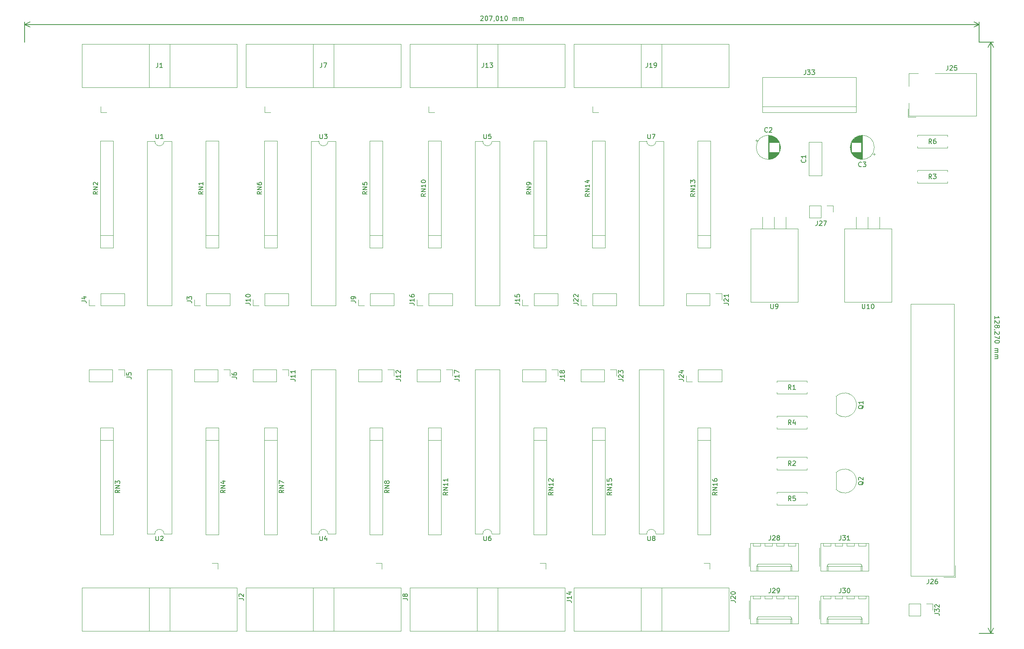
<source format=gbr>
G04 #@! TF.GenerationSoftware,KiCad,Pcbnew,(5.1.5)-3*
G04 #@! TF.CreationDate,2020-12-21T10:53:16+01:00*
G04 #@! TF.ProjectId,FGINT-V4-MASTER-128,4647494e-542d-4563-942d-4d4153544552,rev?*
G04 #@! TF.SameCoordinates,Original*
G04 #@! TF.FileFunction,Legend,Top*
G04 #@! TF.FilePolarity,Positive*
%FSLAX46Y46*%
G04 Gerber Fmt 4.6, Leading zero omitted, Abs format (unit mm)*
G04 Created by KiCad (PCBNEW (5.1.5)-3) date 2020-12-21 10:53:16*
%MOMM*%
%LPD*%
G04 APERTURE LIST*
%ADD10C,0.150000*%
%ADD11C,0.120000*%
G04 APERTURE END LIST*
D10*
X253577619Y-91837380D02*
X253577619Y-91265952D01*
X253577619Y-91551666D02*
X254577619Y-91551666D01*
X254434761Y-91456428D01*
X254339523Y-91361190D01*
X254291904Y-91265952D01*
X254482380Y-92218333D02*
X254530000Y-92265952D01*
X254577619Y-92361190D01*
X254577619Y-92599285D01*
X254530000Y-92694523D01*
X254482380Y-92742142D01*
X254387142Y-92789761D01*
X254291904Y-92789761D01*
X254149047Y-92742142D01*
X253577619Y-92170714D01*
X253577619Y-92789761D01*
X254149047Y-93361190D02*
X254196666Y-93265952D01*
X254244285Y-93218333D01*
X254339523Y-93170714D01*
X254387142Y-93170714D01*
X254482380Y-93218333D01*
X254530000Y-93265952D01*
X254577619Y-93361190D01*
X254577619Y-93551666D01*
X254530000Y-93646904D01*
X254482380Y-93694523D01*
X254387142Y-93742142D01*
X254339523Y-93742142D01*
X254244285Y-93694523D01*
X254196666Y-93646904D01*
X254149047Y-93551666D01*
X254149047Y-93361190D01*
X254101428Y-93265952D01*
X254053809Y-93218333D01*
X253958571Y-93170714D01*
X253768095Y-93170714D01*
X253672857Y-93218333D01*
X253625238Y-93265952D01*
X253577619Y-93361190D01*
X253577619Y-93551666D01*
X253625238Y-93646904D01*
X253672857Y-93694523D01*
X253768095Y-93742142D01*
X253958571Y-93742142D01*
X254053809Y-93694523D01*
X254101428Y-93646904D01*
X254149047Y-93551666D01*
X253625238Y-94218333D02*
X253577619Y-94218333D01*
X253482380Y-94170714D01*
X253434761Y-94123095D01*
X254482380Y-94599285D02*
X254530000Y-94646904D01*
X254577619Y-94742142D01*
X254577619Y-94980238D01*
X254530000Y-95075476D01*
X254482380Y-95123095D01*
X254387142Y-95170714D01*
X254291904Y-95170714D01*
X254149047Y-95123095D01*
X253577619Y-94551666D01*
X253577619Y-95170714D01*
X254577619Y-95504047D02*
X254577619Y-96170714D01*
X253577619Y-95742142D01*
X254577619Y-96742142D02*
X254577619Y-96837380D01*
X254530000Y-96932619D01*
X254482380Y-96980238D01*
X254387142Y-97027857D01*
X254196666Y-97075476D01*
X253958571Y-97075476D01*
X253768095Y-97027857D01*
X253672857Y-96980238D01*
X253625238Y-96932619D01*
X253577619Y-96837380D01*
X253577619Y-96742142D01*
X253625238Y-96646904D01*
X253672857Y-96599285D01*
X253768095Y-96551666D01*
X253958571Y-96504047D01*
X254196666Y-96504047D01*
X254387142Y-96551666D01*
X254482380Y-96599285D01*
X254530000Y-96646904D01*
X254577619Y-96742142D01*
X253577619Y-98265952D02*
X254244285Y-98265952D01*
X254149047Y-98265952D02*
X254196666Y-98313571D01*
X254244285Y-98408809D01*
X254244285Y-98551666D01*
X254196666Y-98646904D01*
X254101428Y-98694523D01*
X253577619Y-98694523D01*
X254101428Y-98694523D02*
X254196666Y-98742142D01*
X254244285Y-98837380D01*
X254244285Y-98980238D01*
X254196666Y-99075476D01*
X254101428Y-99123095D01*
X253577619Y-99123095D01*
X253577619Y-99599285D02*
X254244285Y-99599285D01*
X254149047Y-99599285D02*
X254196666Y-99646904D01*
X254244285Y-99742142D01*
X254244285Y-99885000D01*
X254196666Y-99980238D01*
X254101428Y-100027857D01*
X253577619Y-100027857D01*
X254101428Y-100027857D02*
X254196666Y-100075476D01*
X254244285Y-100170714D01*
X254244285Y-100313571D01*
X254196666Y-100408809D01*
X254101428Y-100456428D01*
X253577619Y-100456428D01*
X252730000Y-31750000D02*
X252730000Y-160020000D01*
X250190000Y-31750000D02*
X253316421Y-31750000D01*
X250190000Y-160020000D02*
X253316421Y-160020000D01*
X252730000Y-160020000D02*
X252143579Y-158893496D01*
X252730000Y-160020000D02*
X253316421Y-158893496D01*
X252730000Y-31750000D02*
X252143579Y-32876504D01*
X252730000Y-31750000D02*
X253316421Y-32876504D01*
X142065952Y-26187619D02*
X142113571Y-26140000D01*
X142208809Y-26092380D01*
X142446904Y-26092380D01*
X142542142Y-26140000D01*
X142589761Y-26187619D01*
X142637380Y-26282857D01*
X142637380Y-26378095D01*
X142589761Y-26520952D01*
X142018333Y-27092380D01*
X142637380Y-27092380D01*
X143256428Y-26092380D02*
X143351666Y-26092380D01*
X143446904Y-26140000D01*
X143494523Y-26187619D01*
X143542142Y-26282857D01*
X143589761Y-26473333D01*
X143589761Y-26711428D01*
X143542142Y-26901904D01*
X143494523Y-26997142D01*
X143446904Y-27044761D01*
X143351666Y-27092380D01*
X143256428Y-27092380D01*
X143161190Y-27044761D01*
X143113571Y-26997142D01*
X143065952Y-26901904D01*
X143018333Y-26711428D01*
X143018333Y-26473333D01*
X143065952Y-26282857D01*
X143113571Y-26187619D01*
X143161190Y-26140000D01*
X143256428Y-26092380D01*
X143923095Y-26092380D02*
X144589761Y-26092380D01*
X144161190Y-27092380D01*
X145018333Y-27044761D02*
X145018333Y-27092380D01*
X144970714Y-27187619D01*
X144923095Y-27235238D01*
X145637380Y-26092380D02*
X145732619Y-26092380D01*
X145827857Y-26140000D01*
X145875476Y-26187619D01*
X145923095Y-26282857D01*
X145970714Y-26473333D01*
X145970714Y-26711428D01*
X145923095Y-26901904D01*
X145875476Y-26997142D01*
X145827857Y-27044761D01*
X145732619Y-27092380D01*
X145637380Y-27092380D01*
X145542142Y-27044761D01*
X145494523Y-26997142D01*
X145446904Y-26901904D01*
X145399285Y-26711428D01*
X145399285Y-26473333D01*
X145446904Y-26282857D01*
X145494523Y-26187619D01*
X145542142Y-26140000D01*
X145637380Y-26092380D01*
X146923095Y-27092380D02*
X146351666Y-27092380D01*
X146637380Y-27092380D02*
X146637380Y-26092380D01*
X146542142Y-26235238D01*
X146446904Y-26330476D01*
X146351666Y-26378095D01*
X147542142Y-26092380D02*
X147637380Y-26092380D01*
X147732619Y-26140000D01*
X147780238Y-26187619D01*
X147827857Y-26282857D01*
X147875476Y-26473333D01*
X147875476Y-26711428D01*
X147827857Y-26901904D01*
X147780238Y-26997142D01*
X147732619Y-27044761D01*
X147637380Y-27092380D01*
X147542142Y-27092380D01*
X147446904Y-27044761D01*
X147399285Y-26997142D01*
X147351666Y-26901904D01*
X147304047Y-26711428D01*
X147304047Y-26473333D01*
X147351666Y-26282857D01*
X147399285Y-26187619D01*
X147446904Y-26140000D01*
X147542142Y-26092380D01*
X149065952Y-27092380D02*
X149065952Y-26425714D01*
X149065952Y-26520952D02*
X149113571Y-26473333D01*
X149208809Y-26425714D01*
X149351666Y-26425714D01*
X149446904Y-26473333D01*
X149494523Y-26568571D01*
X149494523Y-27092380D01*
X149494523Y-26568571D02*
X149542142Y-26473333D01*
X149637380Y-26425714D01*
X149780238Y-26425714D01*
X149875476Y-26473333D01*
X149923095Y-26568571D01*
X149923095Y-27092380D01*
X150399285Y-27092380D02*
X150399285Y-26425714D01*
X150399285Y-26520952D02*
X150446904Y-26473333D01*
X150542142Y-26425714D01*
X150685000Y-26425714D01*
X150780238Y-26473333D01*
X150827857Y-26568571D01*
X150827857Y-27092380D01*
X150827857Y-26568571D02*
X150875476Y-26473333D01*
X150970714Y-26425714D01*
X151113571Y-26425714D01*
X151208809Y-26473333D01*
X151256428Y-26568571D01*
X151256428Y-27092380D01*
X43180000Y-27940000D02*
X250190000Y-27940000D01*
X43180000Y-31750000D02*
X43180000Y-27353579D01*
X250190000Y-31750000D02*
X250190000Y-27353579D01*
X250190000Y-27940000D02*
X249063496Y-28526421D01*
X250190000Y-27940000D02*
X249063496Y-27353579D01*
X43180000Y-27940000D02*
X44306504Y-28526421D01*
X43180000Y-27940000D02*
X44306504Y-27353579D01*
D11*
X203200000Y-72270000D02*
X203200000Y-69730000D01*
X205740000Y-72270000D02*
X205740000Y-69730000D01*
X208280000Y-72270000D02*
X208280000Y-69730000D01*
X200620000Y-88160000D02*
X200620000Y-72270000D01*
X210860000Y-88160000D02*
X210860000Y-72270000D01*
X210860000Y-88160000D02*
X200620000Y-88160000D01*
X210860000Y-72270000D02*
X200620000Y-72270000D01*
X235355000Y-147590000D02*
X235355000Y-88630000D01*
X235355000Y-88630000D02*
X244705000Y-88630000D01*
X244705000Y-88630000D02*
X244705000Y-147590000D01*
X244705000Y-147590000D02*
X235355000Y-147590000D01*
X244955000Y-147840000D02*
X244955000Y-145300000D01*
X244955000Y-147840000D02*
X242415000Y-147840000D01*
X166370000Y-46990000D02*
X167640000Y-46990000D01*
X166370000Y-45720000D02*
X166370000Y-46990000D01*
X162290000Y-32240000D02*
X195850000Y-32240000D01*
X162290000Y-41590000D02*
X162290000Y-32240000D01*
X181320000Y-41590000D02*
X181320000Y-32240000D01*
X195850000Y-41590000D02*
X195850000Y-32240000D01*
X195850000Y-41590000D02*
X162290000Y-41590000D01*
X176820000Y-41590000D02*
X176820000Y-32240000D01*
X225590000Y-152510000D02*
X225590000Y-151910000D01*
X223990000Y-152510000D02*
X225590000Y-152510000D01*
X223990000Y-151910000D02*
X223990000Y-152510000D01*
X223050000Y-152510000D02*
X223050000Y-151910000D01*
X221450000Y-152510000D02*
X223050000Y-152510000D01*
X221450000Y-151910000D02*
X221450000Y-152510000D01*
X220510000Y-152510000D02*
X220510000Y-151910000D01*
X218910000Y-152510000D02*
X220510000Y-152510000D01*
X218910000Y-151910000D02*
X218910000Y-152510000D01*
X217970000Y-152510000D02*
X217970000Y-151910000D01*
X216370000Y-152510000D02*
X217970000Y-152510000D01*
X216370000Y-151910000D02*
X216370000Y-152510000D01*
X224540000Y-157930000D02*
X224540000Y-156930000D01*
X217420000Y-157930000D02*
X217420000Y-156930000D01*
X224540000Y-156400000D02*
X224790000Y-156930000D01*
X217420000Y-156400000D02*
X224540000Y-156400000D01*
X217170000Y-156930000D02*
X217420000Y-156400000D01*
X224790000Y-156930000D02*
X224790000Y-157930000D01*
X217170000Y-156930000D02*
X224790000Y-156930000D01*
X217170000Y-157930000D02*
X217170000Y-156930000D01*
X215500000Y-152940000D02*
X215500000Y-156940000D01*
X226170000Y-151910000D02*
X215790000Y-151910000D01*
X226170000Y-157930000D02*
X226170000Y-151910000D01*
X215790000Y-157930000D02*
X226170000Y-157930000D01*
X215790000Y-151910000D02*
X215790000Y-157930000D01*
X210350000Y-152510000D02*
X210350000Y-151910000D01*
X208750000Y-152510000D02*
X210350000Y-152510000D01*
X208750000Y-151910000D02*
X208750000Y-152510000D01*
X207810000Y-152510000D02*
X207810000Y-151910000D01*
X206210000Y-152510000D02*
X207810000Y-152510000D01*
X206210000Y-151910000D02*
X206210000Y-152510000D01*
X205270000Y-152510000D02*
X205270000Y-151910000D01*
X203670000Y-152510000D02*
X205270000Y-152510000D01*
X203670000Y-151910000D02*
X203670000Y-152510000D01*
X202730000Y-152510000D02*
X202730000Y-151910000D01*
X201130000Y-152510000D02*
X202730000Y-152510000D01*
X201130000Y-151910000D02*
X201130000Y-152510000D01*
X209300000Y-157930000D02*
X209300000Y-156930000D01*
X202180000Y-157930000D02*
X202180000Y-156930000D01*
X209300000Y-156400000D02*
X209550000Y-156930000D01*
X202180000Y-156400000D02*
X209300000Y-156400000D01*
X201930000Y-156930000D02*
X202180000Y-156400000D01*
X209550000Y-156930000D02*
X209550000Y-157930000D01*
X201930000Y-156930000D02*
X209550000Y-156930000D01*
X201930000Y-157930000D02*
X201930000Y-156930000D01*
X200260000Y-152940000D02*
X200260000Y-156940000D01*
X210930000Y-151910000D02*
X200550000Y-151910000D01*
X210930000Y-157930000D02*
X210930000Y-151910000D01*
X200550000Y-157930000D02*
X210930000Y-157930000D01*
X200550000Y-151910000D02*
X200550000Y-157930000D01*
X210350000Y-141080000D02*
X210350000Y-140480000D01*
X208750000Y-141080000D02*
X210350000Y-141080000D01*
X208750000Y-140480000D02*
X208750000Y-141080000D01*
X207810000Y-141080000D02*
X207810000Y-140480000D01*
X206210000Y-141080000D02*
X207810000Y-141080000D01*
X206210000Y-140480000D02*
X206210000Y-141080000D01*
X205270000Y-141080000D02*
X205270000Y-140480000D01*
X203670000Y-141080000D02*
X205270000Y-141080000D01*
X203670000Y-140480000D02*
X203670000Y-141080000D01*
X202730000Y-141080000D02*
X202730000Y-140480000D01*
X201130000Y-141080000D02*
X202730000Y-141080000D01*
X201130000Y-140480000D02*
X201130000Y-141080000D01*
X209300000Y-146500000D02*
X209300000Y-145500000D01*
X202180000Y-146500000D02*
X202180000Y-145500000D01*
X209300000Y-144970000D02*
X209550000Y-145500000D01*
X202180000Y-144970000D02*
X209300000Y-144970000D01*
X201930000Y-145500000D02*
X202180000Y-144970000D01*
X209550000Y-145500000D02*
X209550000Y-146500000D01*
X201930000Y-145500000D02*
X209550000Y-145500000D01*
X201930000Y-146500000D02*
X201930000Y-145500000D01*
X200260000Y-141510000D02*
X200260000Y-145510000D01*
X210930000Y-140480000D02*
X200550000Y-140480000D01*
X210930000Y-146500000D02*
X210930000Y-140480000D01*
X200550000Y-146500000D02*
X210930000Y-146500000D01*
X200550000Y-140480000D02*
X200550000Y-146500000D01*
X213260000Y-60730000D02*
X213260000Y-53490000D01*
X216000000Y-60730000D02*
X216000000Y-53490000D01*
X213260000Y-60730000D02*
X216000000Y-60730000D01*
X213260000Y-53490000D02*
X216000000Y-53490000D01*
X201895225Y-52885000D02*
X201895225Y-53385000D01*
X201645225Y-53135000D02*
X202145225Y-53135000D01*
X207051000Y-54326000D02*
X207051000Y-54894000D01*
X207011000Y-54092000D02*
X207011000Y-55128000D01*
X206971000Y-53933000D02*
X206971000Y-55287000D01*
X206931000Y-53805000D02*
X206931000Y-55415000D01*
X206891000Y-53695000D02*
X206891000Y-55525000D01*
X206851000Y-53599000D02*
X206851000Y-55621000D01*
X206811000Y-53512000D02*
X206811000Y-55708000D01*
X206771000Y-53432000D02*
X206771000Y-55788000D01*
X206731000Y-55650000D02*
X206731000Y-55861000D01*
X206731000Y-53359000D02*
X206731000Y-53570000D01*
X206691000Y-55650000D02*
X206691000Y-55929000D01*
X206691000Y-53291000D02*
X206691000Y-53570000D01*
X206651000Y-55650000D02*
X206651000Y-55993000D01*
X206651000Y-53227000D02*
X206651000Y-53570000D01*
X206611000Y-55650000D02*
X206611000Y-56053000D01*
X206611000Y-53167000D02*
X206611000Y-53570000D01*
X206571000Y-55650000D02*
X206571000Y-56110000D01*
X206571000Y-53110000D02*
X206571000Y-53570000D01*
X206531000Y-55650000D02*
X206531000Y-56164000D01*
X206531000Y-53056000D02*
X206531000Y-53570000D01*
X206491000Y-55650000D02*
X206491000Y-56215000D01*
X206491000Y-53005000D02*
X206491000Y-53570000D01*
X206451000Y-55650000D02*
X206451000Y-56263000D01*
X206451000Y-52957000D02*
X206451000Y-53570000D01*
X206411000Y-55650000D02*
X206411000Y-56309000D01*
X206411000Y-52911000D02*
X206411000Y-53570000D01*
X206371000Y-55650000D02*
X206371000Y-56353000D01*
X206371000Y-52867000D02*
X206371000Y-53570000D01*
X206331000Y-55650000D02*
X206331000Y-56395000D01*
X206331000Y-52825000D02*
X206331000Y-53570000D01*
X206291000Y-55650000D02*
X206291000Y-56436000D01*
X206291000Y-52784000D02*
X206291000Y-53570000D01*
X206251000Y-55650000D02*
X206251000Y-56474000D01*
X206251000Y-52746000D02*
X206251000Y-53570000D01*
X206211000Y-55650000D02*
X206211000Y-56511000D01*
X206211000Y-52709000D02*
X206211000Y-53570000D01*
X206171000Y-55650000D02*
X206171000Y-56547000D01*
X206171000Y-52673000D02*
X206171000Y-53570000D01*
X206131000Y-55650000D02*
X206131000Y-56581000D01*
X206131000Y-52639000D02*
X206131000Y-53570000D01*
X206091000Y-55650000D02*
X206091000Y-56614000D01*
X206091000Y-52606000D02*
X206091000Y-53570000D01*
X206051000Y-55650000D02*
X206051000Y-56645000D01*
X206051000Y-52575000D02*
X206051000Y-53570000D01*
X206011000Y-55650000D02*
X206011000Y-56675000D01*
X206011000Y-52545000D02*
X206011000Y-53570000D01*
X205971000Y-55650000D02*
X205971000Y-56705000D01*
X205971000Y-52515000D02*
X205971000Y-53570000D01*
X205931000Y-55650000D02*
X205931000Y-56732000D01*
X205931000Y-52488000D02*
X205931000Y-53570000D01*
X205891000Y-55650000D02*
X205891000Y-56759000D01*
X205891000Y-52461000D02*
X205891000Y-53570000D01*
X205851000Y-55650000D02*
X205851000Y-56785000D01*
X205851000Y-52435000D02*
X205851000Y-53570000D01*
X205811000Y-55650000D02*
X205811000Y-56810000D01*
X205811000Y-52410000D02*
X205811000Y-53570000D01*
X205771000Y-55650000D02*
X205771000Y-56834000D01*
X205771000Y-52386000D02*
X205771000Y-53570000D01*
X205731000Y-55650000D02*
X205731000Y-56857000D01*
X205731000Y-52363000D02*
X205731000Y-53570000D01*
X205691000Y-55650000D02*
X205691000Y-56878000D01*
X205691000Y-52342000D02*
X205691000Y-53570000D01*
X205651000Y-55650000D02*
X205651000Y-56900000D01*
X205651000Y-52320000D02*
X205651000Y-53570000D01*
X205611000Y-55650000D02*
X205611000Y-56920000D01*
X205611000Y-52300000D02*
X205611000Y-53570000D01*
X205571000Y-55650000D02*
X205571000Y-56939000D01*
X205571000Y-52281000D02*
X205571000Y-53570000D01*
X205531000Y-55650000D02*
X205531000Y-56958000D01*
X205531000Y-52262000D02*
X205531000Y-53570000D01*
X205491000Y-55650000D02*
X205491000Y-56975000D01*
X205491000Y-52245000D02*
X205491000Y-53570000D01*
X205451000Y-55650000D02*
X205451000Y-56992000D01*
X205451000Y-52228000D02*
X205451000Y-53570000D01*
X205411000Y-55650000D02*
X205411000Y-57008000D01*
X205411000Y-52212000D02*
X205411000Y-53570000D01*
X205371000Y-55650000D02*
X205371000Y-57024000D01*
X205371000Y-52196000D02*
X205371000Y-53570000D01*
X205331000Y-55650000D02*
X205331000Y-57038000D01*
X205331000Y-52182000D02*
X205331000Y-53570000D01*
X205291000Y-55650000D02*
X205291000Y-57052000D01*
X205291000Y-52168000D02*
X205291000Y-53570000D01*
X205251000Y-55650000D02*
X205251000Y-57065000D01*
X205251000Y-52155000D02*
X205251000Y-53570000D01*
X205211000Y-55650000D02*
X205211000Y-57078000D01*
X205211000Y-52142000D02*
X205211000Y-53570000D01*
X205171000Y-55650000D02*
X205171000Y-57090000D01*
X205171000Y-52130000D02*
X205171000Y-53570000D01*
X205130000Y-55650000D02*
X205130000Y-57101000D01*
X205130000Y-52119000D02*
X205130000Y-53570000D01*
X205090000Y-55650000D02*
X205090000Y-57111000D01*
X205090000Y-52109000D02*
X205090000Y-53570000D01*
X205050000Y-55650000D02*
X205050000Y-57121000D01*
X205050000Y-52099000D02*
X205050000Y-53570000D01*
X205010000Y-55650000D02*
X205010000Y-57130000D01*
X205010000Y-52090000D02*
X205010000Y-53570000D01*
X204970000Y-55650000D02*
X204970000Y-57138000D01*
X204970000Y-52082000D02*
X204970000Y-53570000D01*
X204930000Y-55650000D02*
X204930000Y-57146000D01*
X204930000Y-52074000D02*
X204930000Y-53570000D01*
X204890000Y-55650000D02*
X204890000Y-57153000D01*
X204890000Y-52067000D02*
X204890000Y-53570000D01*
X204850000Y-55650000D02*
X204850000Y-57160000D01*
X204850000Y-52060000D02*
X204850000Y-53570000D01*
X204810000Y-55650000D02*
X204810000Y-57166000D01*
X204810000Y-52054000D02*
X204810000Y-53570000D01*
X204770000Y-55650000D02*
X204770000Y-57171000D01*
X204770000Y-52049000D02*
X204770000Y-53570000D01*
X204730000Y-55650000D02*
X204730000Y-57175000D01*
X204730000Y-52045000D02*
X204730000Y-53570000D01*
X204690000Y-55650000D02*
X204690000Y-57179000D01*
X204690000Y-52041000D02*
X204690000Y-53570000D01*
X204650000Y-52037000D02*
X204650000Y-57183000D01*
X204610000Y-52034000D02*
X204610000Y-57186000D01*
X204570000Y-52032000D02*
X204570000Y-57188000D01*
X204530000Y-52031000D02*
X204530000Y-57189000D01*
X204490000Y-52030000D02*
X204490000Y-57190000D01*
X204450000Y-52030000D02*
X204450000Y-57190000D01*
X207070000Y-54610000D02*
G75*
G03X207070000Y-54610000I-2620000J0D01*
G01*
X227430000Y-54610000D02*
G75*
G03X227430000Y-54610000I-2620000J0D01*
G01*
X224810000Y-57190000D02*
X224810000Y-52030000D01*
X224770000Y-57190000D02*
X224770000Y-52030000D01*
X224730000Y-57189000D02*
X224730000Y-52031000D01*
X224690000Y-57188000D02*
X224690000Y-52032000D01*
X224650000Y-57186000D02*
X224650000Y-52034000D01*
X224610000Y-57183000D02*
X224610000Y-52037000D01*
X224570000Y-57179000D02*
X224570000Y-55650000D01*
X224570000Y-53570000D02*
X224570000Y-52041000D01*
X224530000Y-57175000D02*
X224530000Y-55650000D01*
X224530000Y-53570000D02*
X224530000Y-52045000D01*
X224490000Y-57171000D02*
X224490000Y-55650000D01*
X224490000Y-53570000D02*
X224490000Y-52049000D01*
X224450000Y-57166000D02*
X224450000Y-55650000D01*
X224450000Y-53570000D02*
X224450000Y-52054000D01*
X224410000Y-57160000D02*
X224410000Y-55650000D01*
X224410000Y-53570000D02*
X224410000Y-52060000D01*
X224370000Y-57153000D02*
X224370000Y-55650000D01*
X224370000Y-53570000D02*
X224370000Y-52067000D01*
X224330000Y-57146000D02*
X224330000Y-55650000D01*
X224330000Y-53570000D02*
X224330000Y-52074000D01*
X224290000Y-57138000D02*
X224290000Y-55650000D01*
X224290000Y-53570000D02*
X224290000Y-52082000D01*
X224250000Y-57130000D02*
X224250000Y-55650000D01*
X224250000Y-53570000D02*
X224250000Y-52090000D01*
X224210000Y-57121000D02*
X224210000Y-55650000D01*
X224210000Y-53570000D02*
X224210000Y-52099000D01*
X224170000Y-57111000D02*
X224170000Y-55650000D01*
X224170000Y-53570000D02*
X224170000Y-52109000D01*
X224130000Y-57101000D02*
X224130000Y-55650000D01*
X224130000Y-53570000D02*
X224130000Y-52119000D01*
X224089000Y-57090000D02*
X224089000Y-55650000D01*
X224089000Y-53570000D02*
X224089000Y-52130000D01*
X224049000Y-57078000D02*
X224049000Y-55650000D01*
X224049000Y-53570000D02*
X224049000Y-52142000D01*
X224009000Y-57065000D02*
X224009000Y-55650000D01*
X224009000Y-53570000D02*
X224009000Y-52155000D01*
X223969000Y-57052000D02*
X223969000Y-55650000D01*
X223969000Y-53570000D02*
X223969000Y-52168000D01*
X223929000Y-57038000D02*
X223929000Y-55650000D01*
X223929000Y-53570000D02*
X223929000Y-52182000D01*
X223889000Y-57024000D02*
X223889000Y-55650000D01*
X223889000Y-53570000D02*
X223889000Y-52196000D01*
X223849000Y-57008000D02*
X223849000Y-55650000D01*
X223849000Y-53570000D02*
X223849000Y-52212000D01*
X223809000Y-56992000D02*
X223809000Y-55650000D01*
X223809000Y-53570000D02*
X223809000Y-52228000D01*
X223769000Y-56975000D02*
X223769000Y-55650000D01*
X223769000Y-53570000D02*
X223769000Y-52245000D01*
X223729000Y-56958000D02*
X223729000Y-55650000D01*
X223729000Y-53570000D02*
X223729000Y-52262000D01*
X223689000Y-56939000D02*
X223689000Y-55650000D01*
X223689000Y-53570000D02*
X223689000Y-52281000D01*
X223649000Y-56920000D02*
X223649000Y-55650000D01*
X223649000Y-53570000D02*
X223649000Y-52300000D01*
X223609000Y-56900000D02*
X223609000Y-55650000D01*
X223609000Y-53570000D02*
X223609000Y-52320000D01*
X223569000Y-56878000D02*
X223569000Y-55650000D01*
X223569000Y-53570000D02*
X223569000Y-52342000D01*
X223529000Y-56857000D02*
X223529000Y-55650000D01*
X223529000Y-53570000D02*
X223529000Y-52363000D01*
X223489000Y-56834000D02*
X223489000Y-55650000D01*
X223489000Y-53570000D02*
X223489000Y-52386000D01*
X223449000Y-56810000D02*
X223449000Y-55650000D01*
X223449000Y-53570000D02*
X223449000Y-52410000D01*
X223409000Y-56785000D02*
X223409000Y-55650000D01*
X223409000Y-53570000D02*
X223409000Y-52435000D01*
X223369000Y-56759000D02*
X223369000Y-55650000D01*
X223369000Y-53570000D02*
X223369000Y-52461000D01*
X223329000Y-56732000D02*
X223329000Y-55650000D01*
X223329000Y-53570000D02*
X223329000Y-52488000D01*
X223289000Y-56705000D02*
X223289000Y-55650000D01*
X223289000Y-53570000D02*
X223289000Y-52515000D01*
X223249000Y-56675000D02*
X223249000Y-55650000D01*
X223249000Y-53570000D02*
X223249000Y-52545000D01*
X223209000Y-56645000D02*
X223209000Y-55650000D01*
X223209000Y-53570000D02*
X223209000Y-52575000D01*
X223169000Y-56614000D02*
X223169000Y-55650000D01*
X223169000Y-53570000D02*
X223169000Y-52606000D01*
X223129000Y-56581000D02*
X223129000Y-55650000D01*
X223129000Y-53570000D02*
X223129000Y-52639000D01*
X223089000Y-56547000D02*
X223089000Y-55650000D01*
X223089000Y-53570000D02*
X223089000Y-52673000D01*
X223049000Y-56511000D02*
X223049000Y-55650000D01*
X223049000Y-53570000D02*
X223049000Y-52709000D01*
X223009000Y-56474000D02*
X223009000Y-55650000D01*
X223009000Y-53570000D02*
X223009000Y-52746000D01*
X222969000Y-56436000D02*
X222969000Y-55650000D01*
X222969000Y-53570000D02*
X222969000Y-52784000D01*
X222929000Y-56395000D02*
X222929000Y-55650000D01*
X222929000Y-53570000D02*
X222929000Y-52825000D01*
X222889000Y-56353000D02*
X222889000Y-55650000D01*
X222889000Y-53570000D02*
X222889000Y-52867000D01*
X222849000Y-56309000D02*
X222849000Y-55650000D01*
X222849000Y-53570000D02*
X222849000Y-52911000D01*
X222809000Y-56263000D02*
X222809000Y-55650000D01*
X222809000Y-53570000D02*
X222809000Y-52957000D01*
X222769000Y-56215000D02*
X222769000Y-55650000D01*
X222769000Y-53570000D02*
X222769000Y-53005000D01*
X222729000Y-56164000D02*
X222729000Y-55650000D01*
X222729000Y-53570000D02*
X222729000Y-53056000D01*
X222689000Y-56110000D02*
X222689000Y-55650000D01*
X222689000Y-53570000D02*
X222689000Y-53110000D01*
X222649000Y-56053000D02*
X222649000Y-55650000D01*
X222649000Y-53570000D02*
X222649000Y-53167000D01*
X222609000Y-55993000D02*
X222609000Y-55650000D01*
X222609000Y-53570000D02*
X222609000Y-53227000D01*
X222569000Y-55929000D02*
X222569000Y-55650000D01*
X222569000Y-53570000D02*
X222569000Y-53291000D01*
X222529000Y-55861000D02*
X222529000Y-55650000D01*
X222529000Y-53570000D02*
X222529000Y-53359000D01*
X222489000Y-55788000D02*
X222489000Y-53432000D01*
X222449000Y-55708000D02*
X222449000Y-53512000D01*
X222409000Y-55621000D02*
X222409000Y-53599000D01*
X222369000Y-55525000D02*
X222369000Y-53695000D01*
X222329000Y-55415000D02*
X222329000Y-53805000D01*
X222289000Y-55287000D02*
X222289000Y-53933000D01*
X222249000Y-55128000D02*
X222249000Y-54092000D01*
X222209000Y-54894000D02*
X222209000Y-54326000D01*
X227614775Y-56085000D02*
X227114775Y-56085000D01*
X227364775Y-56335000D02*
X227364775Y-55835000D01*
X79950000Y-88960000D02*
X79950000Y-87630000D01*
X81280000Y-88960000D02*
X79950000Y-88960000D01*
X82550000Y-88960000D02*
X82550000Y-86300000D01*
X82550000Y-86300000D02*
X87690000Y-86300000D01*
X82550000Y-88960000D02*
X87690000Y-88960000D01*
X87690000Y-88960000D02*
X87690000Y-86300000D01*
X64830000Y-88960000D02*
X64830000Y-86300000D01*
X59690000Y-88960000D02*
X64830000Y-88960000D01*
X59690000Y-86300000D02*
X64830000Y-86300000D01*
X59690000Y-88960000D02*
X59690000Y-86300000D01*
X58420000Y-88960000D02*
X57090000Y-88960000D01*
X57090000Y-88960000D02*
X57090000Y-87630000D01*
X57090000Y-102810000D02*
X57090000Y-105470000D01*
X62230000Y-102810000D02*
X57090000Y-102810000D01*
X62230000Y-105470000D02*
X57090000Y-105470000D01*
X62230000Y-102810000D02*
X62230000Y-105470000D01*
X63500000Y-102810000D02*
X64830000Y-102810000D01*
X64830000Y-102810000D02*
X64830000Y-104140000D01*
X87690000Y-102810000D02*
X87690000Y-104140000D01*
X86360000Y-102810000D02*
X87690000Y-102810000D01*
X85090000Y-102810000D02*
X85090000Y-105470000D01*
X85090000Y-105470000D02*
X79950000Y-105470000D01*
X85090000Y-102810000D02*
X79950000Y-102810000D01*
X79950000Y-102810000D02*
X79950000Y-105470000D01*
X123250000Y-88960000D02*
X123250000Y-86300000D01*
X118110000Y-88960000D02*
X123250000Y-88960000D01*
X118110000Y-86300000D02*
X123250000Y-86300000D01*
X118110000Y-88960000D02*
X118110000Y-86300000D01*
X116840000Y-88960000D02*
X115510000Y-88960000D01*
X115510000Y-88960000D02*
X115510000Y-87630000D01*
X92650000Y-88960000D02*
X92650000Y-87630000D01*
X93980000Y-88960000D02*
X92650000Y-88960000D01*
X95250000Y-88960000D02*
X95250000Y-86300000D01*
X95250000Y-86300000D02*
X100390000Y-86300000D01*
X95250000Y-88960000D02*
X100390000Y-88960000D01*
X100390000Y-88960000D02*
X100390000Y-86300000D01*
X92650000Y-102810000D02*
X92650000Y-105470000D01*
X97790000Y-102810000D02*
X92650000Y-102810000D01*
X97790000Y-105470000D02*
X92650000Y-105470000D01*
X97790000Y-102810000D02*
X97790000Y-105470000D01*
X99060000Y-102810000D02*
X100390000Y-102810000D01*
X100390000Y-102810000D02*
X100390000Y-104140000D01*
X115510000Y-102810000D02*
X115510000Y-105470000D01*
X120650000Y-102810000D02*
X115510000Y-102810000D01*
X120650000Y-105470000D02*
X115510000Y-105470000D01*
X120650000Y-102810000D02*
X120650000Y-105470000D01*
X121920000Y-102810000D02*
X123250000Y-102810000D01*
X123250000Y-102810000D02*
X123250000Y-104140000D01*
X151070000Y-88960000D02*
X151070000Y-87630000D01*
X152400000Y-88960000D02*
X151070000Y-88960000D01*
X153670000Y-88960000D02*
X153670000Y-86300000D01*
X153670000Y-86300000D02*
X158810000Y-86300000D01*
X153670000Y-88960000D02*
X158810000Y-88960000D01*
X158810000Y-88960000D02*
X158810000Y-86300000D01*
X128210000Y-88960000D02*
X128210000Y-87630000D01*
X129540000Y-88960000D02*
X128210000Y-88960000D01*
X130810000Y-88960000D02*
X130810000Y-86300000D01*
X130810000Y-86300000D02*
X135950000Y-86300000D01*
X130810000Y-88960000D02*
X135950000Y-88960000D01*
X135950000Y-88960000D02*
X135950000Y-86300000D01*
X128210000Y-102810000D02*
X128210000Y-105470000D01*
X133350000Y-102810000D02*
X128210000Y-102810000D01*
X133350000Y-105470000D02*
X128210000Y-105470000D01*
X133350000Y-102810000D02*
X133350000Y-105470000D01*
X134620000Y-102810000D02*
X135950000Y-102810000D01*
X135950000Y-102810000D02*
X135950000Y-104140000D01*
X158810000Y-102810000D02*
X158810000Y-104140000D01*
X157480000Y-102810000D02*
X158810000Y-102810000D01*
X156210000Y-102810000D02*
X156210000Y-105470000D01*
X156210000Y-105470000D02*
X151070000Y-105470000D01*
X156210000Y-102810000D02*
X151070000Y-102810000D01*
X151070000Y-102810000D02*
X151070000Y-105470000D01*
X186630000Y-86300000D02*
X186630000Y-88960000D01*
X191770000Y-86300000D02*
X186630000Y-86300000D01*
X191770000Y-88960000D02*
X186630000Y-88960000D01*
X191770000Y-86300000D02*
X191770000Y-88960000D01*
X193040000Y-86300000D02*
X194370000Y-86300000D01*
X194370000Y-86300000D02*
X194370000Y-87630000D01*
X171510000Y-88960000D02*
X171510000Y-86300000D01*
X166370000Y-88960000D02*
X171510000Y-88960000D01*
X166370000Y-86300000D02*
X171510000Y-86300000D01*
X166370000Y-88960000D02*
X166370000Y-86300000D01*
X165100000Y-88960000D02*
X163770000Y-88960000D01*
X163770000Y-88960000D02*
X163770000Y-87630000D01*
X171510000Y-102810000D02*
X171510000Y-104140000D01*
X170180000Y-102810000D02*
X171510000Y-102810000D01*
X168910000Y-102810000D02*
X168910000Y-105470000D01*
X168910000Y-105470000D02*
X163770000Y-105470000D01*
X168910000Y-102810000D02*
X163770000Y-102810000D01*
X163770000Y-102810000D02*
X163770000Y-105470000D01*
X186630000Y-105470000D02*
X186630000Y-104140000D01*
X187960000Y-105470000D02*
X186630000Y-105470000D01*
X189230000Y-105470000D02*
X189230000Y-102810000D01*
X189230000Y-102810000D02*
X194370000Y-102810000D01*
X189230000Y-105470000D02*
X194370000Y-105470000D01*
X194370000Y-105470000D02*
X194370000Y-102810000D01*
X240560000Y-38580000D02*
X249560000Y-38580000D01*
X249560000Y-38580000D02*
X249560000Y-47780000D01*
X249560000Y-47780000D02*
X234960000Y-47780000D01*
X234960000Y-47780000D02*
X234960000Y-44980000D01*
X234960000Y-41380000D02*
X234960000Y-38580000D01*
X234960000Y-38580000D02*
X236960000Y-38580000D01*
X236460000Y-48020000D02*
X234720000Y-48020000D01*
X234720000Y-48020000D02*
X234720000Y-46280000D01*
X219141522Y-112328478D02*
G75*
G03X223580000Y-110490000I1838478J1838478D01*
G01*
X219141522Y-108651522D02*
G75*
G02X223580000Y-110490000I1838478J-1838478D01*
G01*
X219130000Y-108690000D02*
X219130000Y-112290000D01*
X219130000Y-125200000D02*
X219130000Y-128800000D01*
X219141522Y-125161522D02*
G75*
G02X223580000Y-127000000I1838478J-1838478D01*
G01*
X219141522Y-128838478D02*
G75*
G03X223580000Y-127000000I1838478J1838478D01*
G01*
X206280000Y-105640000D02*
X206280000Y-105310000D01*
X206280000Y-105310000D02*
X212820000Y-105310000D01*
X212820000Y-105310000D02*
X212820000Y-105640000D01*
X206280000Y-107720000D02*
X206280000Y-108050000D01*
X206280000Y-108050000D02*
X212820000Y-108050000D01*
X212820000Y-108050000D02*
X212820000Y-107720000D01*
X212820000Y-124560000D02*
X212820000Y-124230000D01*
X206280000Y-124560000D02*
X212820000Y-124560000D01*
X206280000Y-124230000D02*
X206280000Y-124560000D01*
X212820000Y-121820000D02*
X212820000Y-122150000D01*
X206280000Y-121820000D02*
X212820000Y-121820000D01*
X206280000Y-122150000D02*
X206280000Y-121820000D01*
X236760000Y-59920000D02*
X236760000Y-59590000D01*
X236760000Y-59590000D02*
X243300000Y-59590000D01*
X243300000Y-59590000D02*
X243300000Y-59920000D01*
X236760000Y-62000000D02*
X236760000Y-62330000D01*
X236760000Y-62330000D02*
X243300000Y-62330000D01*
X243300000Y-62330000D02*
X243300000Y-62000000D01*
X212820000Y-115670000D02*
X212820000Y-115340000D01*
X206280000Y-115670000D02*
X212820000Y-115670000D01*
X206280000Y-115340000D02*
X206280000Y-115670000D01*
X212820000Y-112930000D02*
X212820000Y-113260000D01*
X206280000Y-112930000D02*
X212820000Y-112930000D01*
X206280000Y-113260000D02*
X206280000Y-112930000D01*
X206280000Y-129770000D02*
X206280000Y-129440000D01*
X206280000Y-129440000D02*
X212820000Y-129440000D01*
X212820000Y-129440000D02*
X212820000Y-129770000D01*
X206280000Y-131850000D02*
X206280000Y-132180000D01*
X206280000Y-132180000D02*
X212820000Y-132180000D01*
X212820000Y-132180000D02*
X212820000Y-131850000D01*
X236760000Y-51970000D02*
X236760000Y-52300000D01*
X243300000Y-51970000D02*
X236760000Y-51970000D01*
X243300000Y-52300000D02*
X243300000Y-51970000D01*
X236760000Y-54710000D02*
X236760000Y-54380000D01*
X243300000Y-54710000D02*
X236760000Y-54710000D01*
X243300000Y-54380000D02*
X243300000Y-54710000D01*
X82420000Y-76370000D02*
X85220000Y-76370000D01*
X85220000Y-76370000D02*
X85220000Y-53170000D01*
X85220000Y-53170000D02*
X82420000Y-53170000D01*
X82420000Y-53170000D02*
X82420000Y-76370000D01*
X82420000Y-73660000D02*
X85220000Y-73660000D01*
X59560000Y-73660000D02*
X62360000Y-73660000D01*
X59560000Y-53170000D02*
X59560000Y-76370000D01*
X62360000Y-53170000D02*
X59560000Y-53170000D01*
X62360000Y-76370000D02*
X62360000Y-53170000D01*
X59560000Y-76370000D02*
X62360000Y-76370000D01*
X62360000Y-115400000D02*
X59560000Y-115400000D01*
X59560000Y-115400000D02*
X59560000Y-138600000D01*
X59560000Y-138600000D02*
X62360000Y-138600000D01*
X62360000Y-138600000D02*
X62360000Y-115400000D01*
X62360000Y-118110000D02*
X59560000Y-118110000D01*
X85220000Y-115400000D02*
X82420000Y-115400000D01*
X82420000Y-115400000D02*
X82420000Y-138600000D01*
X82420000Y-138600000D02*
X85220000Y-138600000D01*
X85220000Y-138600000D02*
X85220000Y-115400000D01*
X85220000Y-118110000D02*
X82420000Y-118110000D01*
X117980000Y-76370000D02*
X120780000Y-76370000D01*
X120780000Y-76370000D02*
X120780000Y-53170000D01*
X120780000Y-53170000D02*
X117980000Y-53170000D01*
X117980000Y-53170000D02*
X117980000Y-76370000D01*
X117980000Y-73660000D02*
X120780000Y-73660000D01*
X95120000Y-73660000D02*
X97920000Y-73660000D01*
X95120000Y-53170000D02*
X95120000Y-76370000D01*
X97920000Y-53170000D02*
X95120000Y-53170000D01*
X97920000Y-76370000D02*
X97920000Y-53170000D01*
X95120000Y-76370000D02*
X97920000Y-76370000D01*
X97920000Y-118110000D02*
X95120000Y-118110000D01*
X97920000Y-138600000D02*
X97920000Y-115400000D01*
X95120000Y-138600000D02*
X97920000Y-138600000D01*
X95120000Y-115400000D02*
X95120000Y-138600000D01*
X97920000Y-115400000D02*
X95120000Y-115400000D01*
X120780000Y-118110000D02*
X117980000Y-118110000D01*
X120780000Y-138600000D02*
X120780000Y-115400000D01*
X117980000Y-138600000D02*
X120780000Y-138600000D01*
X117980000Y-115400000D02*
X117980000Y-138600000D01*
X120780000Y-115400000D02*
X117980000Y-115400000D01*
X153540000Y-76370000D02*
X156340000Y-76370000D01*
X156340000Y-76370000D02*
X156340000Y-53170000D01*
X156340000Y-53170000D02*
X153540000Y-53170000D01*
X153540000Y-53170000D02*
X153540000Y-76370000D01*
X153540000Y-73660000D02*
X156340000Y-73660000D01*
X130680000Y-73660000D02*
X133480000Y-73660000D01*
X130680000Y-53170000D02*
X130680000Y-76370000D01*
X133480000Y-53170000D02*
X130680000Y-53170000D01*
X133480000Y-76370000D02*
X133480000Y-53170000D01*
X130680000Y-76370000D02*
X133480000Y-76370000D01*
X133480000Y-118110000D02*
X130680000Y-118110000D01*
X133480000Y-138600000D02*
X133480000Y-115400000D01*
X130680000Y-138600000D02*
X133480000Y-138600000D01*
X130680000Y-115400000D02*
X130680000Y-138600000D01*
X133480000Y-115400000D02*
X130680000Y-115400000D01*
X156340000Y-115400000D02*
X153540000Y-115400000D01*
X153540000Y-115400000D02*
X153540000Y-138600000D01*
X153540000Y-138600000D02*
X156340000Y-138600000D01*
X156340000Y-138600000D02*
X156340000Y-115400000D01*
X156340000Y-118110000D02*
X153540000Y-118110000D01*
X189100000Y-73660000D02*
X191900000Y-73660000D01*
X189100000Y-53170000D02*
X189100000Y-76370000D01*
X191900000Y-53170000D02*
X189100000Y-53170000D01*
X191900000Y-76370000D02*
X191900000Y-53170000D01*
X189100000Y-76370000D02*
X191900000Y-76370000D01*
X166240000Y-76370000D02*
X169040000Y-76370000D01*
X169040000Y-76370000D02*
X169040000Y-53170000D01*
X169040000Y-53170000D02*
X166240000Y-53170000D01*
X166240000Y-53170000D02*
X166240000Y-76370000D01*
X166240000Y-73660000D02*
X169040000Y-73660000D01*
X169040000Y-115400000D02*
X166240000Y-115400000D01*
X166240000Y-115400000D02*
X166240000Y-138600000D01*
X166240000Y-138600000D02*
X169040000Y-138600000D01*
X169040000Y-138600000D02*
X169040000Y-115400000D01*
X169040000Y-118110000D02*
X166240000Y-118110000D01*
X191900000Y-118110000D02*
X189100000Y-118110000D01*
X191900000Y-138600000D02*
X191900000Y-115400000D01*
X189100000Y-138600000D02*
X191900000Y-138600000D01*
X189100000Y-115400000D02*
X189100000Y-138600000D01*
X191900000Y-115400000D02*
X189100000Y-115400000D01*
X75040000Y-53280000D02*
X73390000Y-53280000D01*
X75040000Y-88960000D02*
X75040000Y-53280000D01*
X69740000Y-88960000D02*
X75040000Y-88960000D01*
X69740000Y-53280000D02*
X69740000Y-88960000D01*
X71390000Y-53280000D02*
X69740000Y-53280000D01*
X73390000Y-53280000D02*
G75*
G02X71390000Y-53280000I-1000000J0D01*
G01*
X71390000Y-138490000D02*
G75*
G02X73390000Y-138490000I1000000J0D01*
G01*
X73390000Y-138490000D02*
X75040000Y-138490000D01*
X75040000Y-138490000D02*
X75040000Y-102810000D01*
X75040000Y-102810000D02*
X69740000Y-102810000D01*
X69740000Y-102810000D02*
X69740000Y-138490000D01*
X69740000Y-138490000D02*
X71390000Y-138490000D01*
X110600000Y-53280000D02*
X108950000Y-53280000D01*
X110600000Y-88960000D02*
X110600000Y-53280000D01*
X105300000Y-88960000D02*
X110600000Y-88960000D01*
X105300000Y-53280000D02*
X105300000Y-88960000D01*
X106950000Y-53280000D02*
X105300000Y-53280000D01*
X108950000Y-53280000D02*
G75*
G02X106950000Y-53280000I-1000000J0D01*
G01*
X106950000Y-138490000D02*
G75*
G02X108950000Y-138490000I1000000J0D01*
G01*
X108950000Y-138490000D02*
X110600000Y-138490000D01*
X110600000Y-138490000D02*
X110600000Y-102810000D01*
X110600000Y-102810000D02*
X105300000Y-102810000D01*
X105300000Y-102810000D02*
X105300000Y-138490000D01*
X105300000Y-138490000D02*
X106950000Y-138490000D01*
X144510000Y-53280000D02*
G75*
G02X142510000Y-53280000I-1000000J0D01*
G01*
X142510000Y-53280000D02*
X140860000Y-53280000D01*
X140860000Y-53280000D02*
X140860000Y-88960000D01*
X140860000Y-88960000D02*
X146160000Y-88960000D01*
X146160000Y-88960000D02*
X146160000Y-53280000D01*
X146160000Y-53280000D02*
X144510000Y-53280000D01*
X140860000Y-138490000D02*
X142510000Y-138490000D01*
X140860000Y-102810000D02*
X140860000Y-138490000D01*
X146160000Y-102810000D02*
X140860000Y-102810000D01*
X146160000Y-138490000D02*
X146160000Y-102810000D01*
X144510000Y-138490000D02*
X146160000Y-138490000D01*
X142510000Y-138490000D02*
G75*
G02X144510000Y-138490000I1000000J0D01*
G01*
X180070000Y-53280000D02*
G75*
G02X178070000Y-53280000I-1000000J0D01*
G01*
X178070000Y-53280000D02*
X176420000Y-53280000D01*
X176420000Y-53280000D02*
X176420000Y-88960000D01*
X176420000Y-88960000D02*
X181720000Y-88960000D01*
X181720000Y-88960000D02*
X181720000Y-53280000D01*
X181720000Y-53280000D02*
X180070000Y-53280000D01*
X176420000Y-138490000D02*
X178070000Y-138490000D01*
X176420000Y-102810000D02*
X176420000Y-138490000D01*
X181720000Y-102810000D02*
X176420000Y-102810000D01*
X181720000Y-138490000D02*
X181720000Y-102810000D01*
X180070000Y-138490000D02*
X181720000Y-138490000D01*
X178070000Y-138490000D02*
G75*
G02X180070000Y-138490000I1000000J0D01*
G01*
X231180000Y-72270000D02*
X220940000Y-72270000D01*
X231180000Y-88160000D02*
X220940000Y-88160000D01*
X231180000Y-88160000D02*
X231180000Y-72270000D01*
X220940000Y-88160000D02*
X220940000Y-72270000D01*
X228600000Y-72270000D02*
X228600000Y-69730000D01*
X226060000Y-72270000D02*
X226060000Y-69730000D01*
X223520000Y-72270000D02*
X223520000Y-69730000D01*
X70140000Y-41590000D02*
X70140000Y-32240000D01*
X89170000Y-41590000D02*
X55610000Y-41590000D01*
X89170000Y-41590000D02*
X89170000Y-32240000D01*
X74640000Y-41590000D02*
X74640000Y-32240000D01*
X55610000Y-41590000D02*
X55610000Y-32240000D01*
X55610000Y-32240000D02*
X89170000Y-32240000D01*
X59690000Y-45720000D02*
X59690000Y-46990000D01*
X59690000Y-46990000D02*
X60960000Y-46990000D01*
X85090000Y-144780000D02*
X83820000Y-144780000D01*
X85090000Y-146050000D02*
X85090000Y-144780000D01*
X89170000Y-159530000D02*
X55610000Y-159530000D01*
X89170000Y-150180000D02*
X89170000Y-159530000D01*
X70140000Y-150180000D02*
X70140000Y-159530000D01*
X55610000Y-150180000D02*
X55610000Y-159530000D01*
X55610000Y-150180000D02*
X89170000Y-150180000D01*
X74640000Y-150180000D02*
X74640000Y-159530000D01*
X95250000Y-46990000D02*
X96520000Y-46990000D01*
X95250000Y-45720000D02*
X95250000Y-46990000D01*
X91170000Y-32240000D02*
X124730000Y-32240000D01*
X91170000Y-41590000D02*
X91170000Y-32240000D01*
X110200000Y-41590000D02*
X110200000Y-32240000D01*
X124730000Y-41590000D02*
X124730000Y-32240000D01*
X124730000Y-41590000D02*
X91170000Y-41590000D01*
X105700000Y-41590000D02*
X105700000Y-32240000D01*
X110200000Y-150180000D02*
X110200000Y-159530000D01*
X91170000Y-150180000D02*
X124730000Y-150180000D01*
X91170000Y-150180000D02*
X91170000Y-159530000D01*
X105700000Y-150180000D02*
X105700000Y-159530000D01*
X124730000Y-150180000D02*
X124730000Y-159530000D01*
X124730000Y-159530000D02*
X91170000Y-159530000D01*
X120650000Y-146050000D02*
X120650000Y-144780000D01*
X120650000Y-144780000D02*
X119380000Y-144780000D01*
X130810000Y-46990000D02*
X132080000Y-46990000D01*
X130810000Y-45720000D02*
X130810000Y-46990000D01*
X126730000Y-32240000D02*
X160290000Y-32240000D01*
X126730000Y-41590000D02*
X126730000Y-32240000D01*
X145760000Y-41590000D02*
X145760000Y-32240000D01*
X160290000Y-41590000D02*
X160290000Y-32240000D01*
X160290000Y-41590000D02*
X126730000Y-41590000D01*
X141260000Y-41590000D02*
X141260000Y-32240000D01*
X145760000Y-150180000D02*
X145760000Y-159530000D01*
X126730000Y-150180000D02*
X160290000Y-150180000D01*
X126730000Y-150180000D02*
X126730000Y-159530000D01*
X141260000Y-150180000D02*
X141260000Y-159530000D01*
X160290000Y-150180000D02*
X160290000Y-159530000D01*
X160290000Y-159530000D02*
X126730000Y-159530000D01*
X156210000Y-146050000D02*
X156210000Y-144780000D01*
X156210000Y-144780000D02*
X154940000Y-144780000D01*
X181320000Y-150180000D02*
X181320000Y-159530000D01*
X162290000Y-150180000D02*
X195850000Y-150180000D01*
X162290000Y-150180000D02*
X162290000Y-159530000D01*
X176820000Y-150180000D02*
X176820000Y-159530000D01*
X195850000Y-150180000D02*
X195850000Y-159530000D01*
X195850000Y-159530000D02*
X162290000Y-159530000D01*
X191770000Y-146050000D02*
X191770000Y-144780000D01*
X191770000Y-144780000D02*
X190500000Y-144780000D01*
X215790000Y-140480000D02*
X215790000Y-146500000D01*
X215790000Y-146500000D02*
X226170000Y-146500000D01*
X226170000Y-146500000D02*
X226170000Y-140480000D01*
X226170000Y-140480000D02*
X215790000Y-140480000D01*
X215500000Y-141510000D02*
X215500000Y-145510000D01*
X217170000Y-146500000D02*
X217170000Y-145500000D01*
X217170000Y-145500000D02*
X224790000Y-145500000D01*
X224790000Y-145500000D02*
X224790000Y-146500000D01*
X217170000Y-145500000D02*
X217420000Y-144970000D01*
X217420000Y-144970000D02*
X224540000Y-144970000D01*
X224540000Y-144970000D02*
X224790000Y-145500000D01*
X217420000Y-146500000D02*
X217420000Y-145500000D01*
X224540000Y-146500000D02*
X224540000Y-145500000D01*
X216370000Y-140480000D02*
X216370000Y-141080000D01*
X216370000Y-141080000D02*
X217970000Y-141080000D01*
X217970000Y-141080000D02*
X217970000Y-140480000D01*
X218910000Y-140480000D02*
X218910000Y-141080000D01*
X218910000Y-141080000D02*
X220510000Y-141080000D01*
X220510000Y-141080000D02*
X220510000Y-140480000D01*
X221450000Y-140480000D02*
X221450000Y-141080000D01*
X221450000Y-141080000D02*
X223050000Y-141080000D01*
X223050000Y-141080000D02*
X223050000Y-140480000D01*
X223990000Y-140480000D02*
X223990000Y-141080000D01*
X223990000Y-141080000D02*
X225590000Y-141080000D01*
X225590000Y-141080000D02*
X225590000Y-140480000D01*
X213300000Y-67250000D02*
X213300000Y-69910000D01*
X215900000Y-67250000D02*
X213300000Y-67250000D01*
X215900000Y-69910000D02*
X213300000Y-69910000D01*
X215900000Y-67250000D02*
X215900000Y-69910000D01*
X217170000Y-67250000D02*
X218500000Y-67250000D01*
X218500000Y-67250000D02*
X218500000Y-68580000D01*
X240090000Y-153610000D02*
X240090000Y-154940000D01*
X238760000Y-153610000D02*
X240090000Y-153610000D01*
X237490000Y-153610000D02*
X237490000Y-156270000D01*
X237490000Y-156270000D02*
X234890000Y-156270000D01*
X237490000Y-153610000D02*
X234890000Y-153610000D01*
X234890000Y-153610000D02*
X234890000Y-156270000D01*
X203200000Y-39370000D02*
X203200000Y-46990000D01*
X223520000Y-46990000D02*
X223520000Y-39370000D01*
X223520000Y-45720000D02*
X203200000Y-45720000D01*
X203200000Y-39370000D02*
X223520000Y-39370000D01*
X203200000Y-46990000D02*
X223520000Y-46990000D01*
D10*
X204978095Y-88612380D02*
X204978095Y-89421904D01*
X205025714Y-89517142D01*
X205073333Y-89564761D01*
X205168571Y-89612380D01*
X205359047Y-89612380D01*
X205454285Y-89564761D01*
X205501904Y-89517142D01*
X205549523Y-89421904D01*
X205549523Y-88612380D01*
X206073333Y-89612380D02*
X206263809Y-89612380D01*
X206359047Y-89564761D01*
X206406666Y-89517142D01*
X206501904Y-89374285D01*
X206549523Y-89183809D01*
X206549523Y-88802857D01*
X206501904Y-88707619D01*
X206454285Y-88660000D01*
X206359047Y-88612380D01*
X206168571Y-88612380D01*
X206073333Y-88660000D01*
X206025714Y-88707619D01*
X205978095Y-88802857D01*
X205978095Y-89040952D01*
X206025714Y-89136190D01*
X206073333Y-89183809D01*
X206168571Y-89231428D01*
X206359047Y-89231428D01*
X206454285Y-89183809D01*
X206501904Y-89136190D01*
X206549523Y-89040952D01*
X239220476Y-148296380D02*
X239220476Y-149010666D01*
X239172857Y-149153523D01*
X239077619Y-149248761D01*
X238934761Y-149296380D01*
X238839523Y-149296380D01*
X239649047Y-148391619D02*
X239696666Y-148344000D01*
X239791904Y-148296380D01*
X240030000Y-148296380D01*
X240125238Y-148344000D01*
X240172857Y-148391619D01*
X240220476Y-148486857D01*
X240220476Y-148582095D01*
X240172857Y-148724952D01*
X239601428Y-149296380D01*
X240220476Y-149296380D01*
X241077619Y-148296380D02*
X240887142Y-148296380D01*
X240791904Y-148344000D01*
X240744285Y-148391619D01*
X240649047Y-148534476D01*
X240601428Y-148724952D01*
X240601428Y-149105904D01*
X240649047Y-149201142D01*
X240696666Y-149248761D01*
X240791904Y-149296380D01*
X240982380Y-149296380D01*
X241077619Y-149248761D01*
X241125238Y-149201142D01*
X241172857Y-149105904D01*
X241172857Y-148867809D01*
X241125238Y-148772571D01*
X241077619Y-148724952D01*
X240982380Y-148677333D01*
X240791904Y-148677333D01*
X240696666Y-148724952D01*
X240649047Y-148772571D01*
X240601428Y-148867809D01*
X178260476Y-36282380D02*
X178260476Y-36996666D01*
X178212857Y-37139523D01*
X178117619Y-37234761D01*
X177974761Y-37282380D01*
X177879523Y-37282380D01*
X179260476Y-37282380D02*
X178689047Y-37282380D01*
X178974761Y-37282380D02*
X178974761Y-36282380D01*
X178879523Y-36425238D01*
X178784285Y-36520476D01*
X178689047Y-36568095D01*
X179736666Y-37282380D02*
X179927142Y-37282380D01*
X180022380Y-37234761D01*
X180070000Y-37187142D01*
X180165238Y-37044285D01*
X180212857Y-36853809D01*
X180212857Y-36472857D01*
X180165238Y-36377619D01*
X180117619Y-36330000D01*
X180022380Y-36282380D01*
X179831904Y-36282380D01*
X179736666Y-36330000D01*
X179689047Y-36377619D01*
X179641428Y-36472857D01*
X179641428Y-36710952D01*
X179689047Y-36806190D01*
X179736666Y-36853809D01*
X179831904Y-36901428D01*
X180022380Y-36901428D01*
X180117619Y-36853809D01*
X180165238Y-36806190D01*
X180212857Y-36710952D01*
X220170476Y-150272380D02*
X220170476Y-150986666D01*
X220122857Y-151129523D01*
X220027619Y-151224761D01*
X219884761Y-151272380D01*
X219789523Y-151272380D01*
X220551428Y-150272380D02*
X221170476Y-150272380D01*
X220837142Y-150653333D01*
X220980000Y-150653333D01*
X221075238Y-150700952D01*
X221122857Y-150748571D01*
X221170476Y-150843809D01*
X221170476Y-151081904D01*
X221122857Y-151177142D01*
X221075238Y-151224761D01*
X220980000Y-151272380D01*
X220694285Y-151272380D01*
X220599047Y-151224761D01*
X220551428Y-151177142D01*
X221789523Y-150272380D02*
X221884761Y-150272380D01*
X221980000Y-150320000D01*
X222027619Y-150367619D01*
X222075238Y-150462857D01*
X222122857Y-150653333D01*
X222122857Y-150891428D01*
X222075238Y-151081904D01*
X222027619Y-151177142D01*
X221980000Y-151224761D01*
X221884761Y-151272380D01*
X221789523Y-151272380D01*
X221694285Y-151224761D01*
X221646666Y-151177142D01*
X221599047Y-151081904D01*
X221551428Y-150891428D01*
X221551428Y-150653333D01*
X221599047Y-150462857D01*
X221646666Y-150367619D01*
X221694285Y-150320000D01*
X221789523Y-150272380D01*
X204930476Y-150272380D02*
X204930476Y-150986666D01*
X204882857Y-151129523D01*
X204787619Y-151224761D01*
X204644761Y-151272380D01*
X204549523Y-151272380D01*
X205359047Y-150367619D02*
X205406666Y-150320000D01*
X205501904Y-150272380D01*
X205740000Y-150272380D01*
X205835238Y-150320000D01*
X205882857Y-150367619D01*
X205930476Y-150462857D01*
X205930476Y-150558095D01*
X205882857Y-150700952D01*
X205311428Y-151272380D01*
X205930476Y-151272380D01*
X206406666Y-151272380D02*
X206597142Y-151272380D01*
X206692380Y-151224761D01*
X206740000Y-151177142D01*
X206835238Y-151034285D01*
X206882857Y-150843809D01*
X206882857Y-150462857D01*
X206835238Y-150367619D01*
X206787619Y-150320000D01*
X206692380Y-150272380D01*
X206501904Y-150272380D01*
X206406666Y-150320000D01*
X206359047Y-150367619D01*
X206311428Y-150462857D01*
X206311428Y-150700952D01*
X206359047Y-150796190D01*
X206406666Y-150843809D01*
X206501904Y-150891428D01*
X206692380Y-150891428D01*
X206787619Y-150843809D01*
X206835238Y-150796190D01*
X206882857Y-150700952D01*
X204930476Y-138842380D02*
X204930476Y-139556666D01*
X204882857Y-139699523D01*
X204787619Y-139794761D01*
X204644761Y-139842380D01*
X204549523Y-139842380D01*
X205359047Y-138937619D02*
X205406666Y-138890000D01*
X205501904Y-138842380D01*
X205740000Y-138842380D01*
X205835238Y-138890000D01*
X205882857Y-138937619D01*
X205930476Y-139032857D01*
X205930476Y-139128095D01*
X205882857Y-139270952D01*
X205311428Y-139842380D01*
X205930476Y-139842380D01*
X206501904Y-139270952D02*
X206406666Y-139223333D01*
X206359047Y-139175714D01*
X206311428Y-139080476D01*
X206311428Y-139032857D01*
X206359047Y-138937619D01*
X206406666Y-138890000D01*
X206501904Y-138842380D01*
X206692380Y-138842380D01*
X206787619Y-138890000D01*
X206835238Y-138937619D01*
X206882857Y-139032857D01*
X206882857Y-139080476D01*
X206835238Y-139175714D01*
X206787619Y-139223333D01*
X206692380Y-139270952D01*
X206501904Y-139270952D01*
X206406666Y-139318571D01*
X206359047Y-139366190D01*
X206311428Y-139461428D01*
X206311428Y-139651904D01*
X206359047Y-139747142D01*
X206406666Y-139794761D01*
X206501904Y-139842380D01*
X206692380Y-139842380D01*
X206787619Y-139794761D01*
X206835238Y-139747142D01*
X206882857Y-139651904D01*
X206882857Y-139461428D01*
X206835238Y-139366190D01*
X206787619Y-139318571D01*
X206692380Y-139270952D01*
X212487142Y-57276666D02*
X212534761Y-57324285D01*
X212582380Y-57467142D01*
X212582380Y-57562380D01*
X212534761Y-57705238D01*
X212439523Y-57800476D01*
X212344285Y-57848095D01*
X212153809Y-57895714D01*
X212010952Y-57895714D01*
X211820476Y-57848095D01*
X211725238Y-57800476D01*
X211630000Y-57705238D01*
X211582380Y-57562380D01*
X211582380Y-57467142D01*
X211630000Y-57324285D01*
X211677619Y-57276666D01*
X212582380Y-56324285D02*
X212582380Y-56895714D01*
X212582380Y-56610000D02*
X211582380Y-56610000D01*
X211725238Y-56705238D01*
X211820476Y-56800476D01*
X211868095Y-56895714D01*
X204283333Y-51217142D02*
X204235714Y-51264761D01*
X204092857Y-51312380D01*
X203997619Y-51312380D01*
X203854761Y-51264761D01*
X203759523Y-51169523D01*
X203711904Y-51074285D01*
X203664285Y-50883809D01*
X203664285Y-50740952D01*
X203711904Y-50550476D01*
X203759523Y-50455238D01*
X203854761Y-50360000D01*
X203997619Y-50312380D01*
X204092857Y-50312380D01*
X204235714Y-50360000D01*
X204283333Y-50407619D01*
X204664285Y-50407619D02*
X204711904Y-50360000D01*
X204807142Y-50312380D01*
X205045238Y-50312380D01*
X205140476Y-50360000D01*
X205188095Y-50407619D01*
X205235714Y-50502857D01*
X205235714Y-50598095D01*
X205188095Y-50740952D01*
X204616666Y-51312380D01*
X205235714Y-51312380D01*
X224643333Y-58717142D02*
X224595714Y-58764761D01*
X224452857Y-58812380D01*
X224357619Y-58812380D01*
X224214761Y-58764761D01*
X224119523Y-58669523D01*
X224071904Y-58574285D01*
X224024285Y-58383809D01*
X224024285Y-58240952D01*
X224071904Y-58050476D01*
X224119523Y-57955238D01*
X224214761Y-57860000D01*
X224357619Y-57812380D01*
X224452857Y-57812380D01*
X224595714Y-57860000D01*
X224643333Y-57907619D01*
X224976666Y-57812380D02*
X225595714Y-57812380D01*
X225262380Y-58193333D01*
X225405238Y-58193333D01*
X225500476Y-58240952D01*
X225548095Y-58288571D01*
X225595714Y-58383809D01*
X225595714Y-58621904D01*
X225548095Y-58717142D01*
X225500476Y-58764761D01*
X225405238Y-58812380D01*
X225119523Y-58812380D01*
X225024285Y-58764761D01*
X224976666Y-58717142D01*
X78402380Y-87963333D02*
X79116666Y-87963333D01*
X79259523Y-88010952D01*
X79354761Y-88106190D01*
X79402380Y-88249047D01*
X79402380Y-88344285D01*
X78402380Y-87582380D02*
X78402380Y-86963333D01*
X78783333Y-87296666D01*
X78783333Y-87153809D01*
X78830952Y-87058571D01*
X78878571Y-87010952D01*
X78973809Y-86963333D01*
X79211904Y-86963333D01*
X79307142Y-87010952D01*
X79354761Y-87058571D01*
X79402380Y-87153809D01*
X79402380Y-87439523D01*
X79354761Y-87534761D01*
X79307142Y-87582380D01*
X55542380Y-87963333D02*
X56256666Y-87963333D01*
X56399523Y-88010952D01*
X56494761Y-88106190D01*
X56542380Y-88249047D01*
X56542380Y-88344285D01*
X55875714Y-87058571D02*
X56542380Y-87058571D01*
X55494761Y-87296666D02*
X56209047Y-87534761D01*
X56209047Y-86915714D01*
X65282380Y-104473333D02*
X65996666Y-104473333D01*
X66139523Y-104520952D01*
X66234761Y-104616190D01*
X66282380Y-104759047D01*
X66282380Y-104854285D01*
X65282380Y-103520952D02*
X65282380Y-103997142D01*
X65758571Y-104044761D01*
X65710952Y-103997142D01*
X65663333Y-103901904D01*
X65663333Y-103663809D01*
X65710952Y-103568571D01*
X65758571Y-103520952D01*
X65853809Y-103473333D01*
X66091904Y-103473333D01*
X66187142Y-103520952D01*
X66234761Y-103568571D01*
X66282380Y-103663809D01*
X66282380Y-103901904D01*
X66234761Y-103997142D01*
X66187142Y-104044761D01*
X88142380Y-104473333D02*
X88856666Y-104473333D01*
X88999523Y-104520952D01*
X89094761Y-104616190D01*
X89142380Y-104759047D01*
X89142380Y-104854285D01*
X88142380Y-103568571D02*
X88142380Y-103759047D01*
X88190000Y-103854285D01*
X88237619Y-103901904D01*
X88380476Y-103997142D01*
X88570952Y-104044761D01*
X88951904Y-104044761D01*
X89047142Y-103997142D01*
X89094761Y-103949523D01*
X89142380Y-103854285D01*
X89142380Y-103663809D01*
X89094761Y-103568571D01*
X89047142Y-103520952D01*
X88951904Y-103473333D01*
X88713809Y-103473333D01*
X88618571Y-103520952D01*
X88570952Y-103568571D01*
X88523333Y-103663809D01*
X88523333Y-103854285D01*
X88570952Y-103949523D01*
X88618571Y-103997142D01*
X88713809Y-104044761D01*
X113962380Y-87963333D02*
X114676666Y-87963333D01*
X114819523Y-88010952D01*
X114914761Y-88106190D01*
X114962380Y-88249047D01*
X114962380Y-88344285D01*
X114962380Y-87439523D02*
X114962380Y-87249047D01*
X114914761Y-87153809D01*
X114867142Y-87106190D01*
X114724285Y-87010952D01*
X114533809Y-86963333D01*
X114152857Y-86963333D01*
X114057619Y-87010952D01*
X114010000Y-87058571D01*
X113962380Y-87153809D01*
X113962380Y-87344285D01*
X114010000Y-87439523D01*
X114057619Y-87487142D01*
X114152857Y-87534761D01*
X114390952Y-87534761D01*
X114486190Y-87487142D01*
X114533809Y-87439523D01*
X114581428Y-87344285D01*
X114581428Y-87153809D01*
X114533809Y-87058571D01*
X114486190Y-87010952D01*
X114390952Y-86963333D01*
X91102380Y-88439523D02*
X91816666Y-88439523D01*
X91959523Y-88487142D01*
X92054761Y-88582380D01*
X92102380Y-88725238D01*
X92102380Y-88820476D01*
X92102380Y-87439523D02*
X92102380Y-88010952D01*
X92102380Y-87725238D02*
X91102380Y-87725238D01*
X91245238Y-87820476D01*
X91340476Y-87915714D01*
X91388095Y-88010952D01*
X91102380Y-86820476D02*
X91102380Y-86725238D01*
X91150000Y-86630000D01*
X91197619Y-86582380D01*
X91292857Y-86534761D01*
X91483333Y-86487142D01*
X91721428Y-86487142D01*
X91911904Y-86534761D01*
X92007142Y-86582380D01*
X92054761Y-86630000D01*
X92102380Y-86725238D01*
X92102380Y-86820476D01*
X92054761Y-86915714D01*
X92007142Y-86963333D01*
X91911904Y-87010952D01*
X91721428Y-87058571D01*
X91483333Y-87058571D01*
X91292857Y-87010952D01*
X91197619Y-86963333D01*
X91150000Y-86915714D01*
X91102380Y-86820476D01*
X100842380Y-104949523D02*
X101556666Y-104949523D01*
X101699523Y-104997142D01*
X101794761Y-105092380D01*
X101842380Y-105235238D01*
X101842380Y-105330476D01*
X101842380Y-103949523D02*
X101842380Y-104520952D01*
X101842380Y-104235238D02*
X100842380Y-104235238D01*
X100985238Y-104330476D01*
X101080476Y-104425714D01*
X101128095Y-104520952D01*
X101842380Y-102997142D02*
X101842380Y-103568571D01*
X101842380Y-103282857D02*
X100842380Y-103282857D01*
X100985238Y-103378095D01*
X101080476Y-103473333D01*
X101128095Y-103568571D01*
X123702380Y-104949523D02*
X124416666Y-104949523D01*
X124559523Y-104997142D01*
X124654761Y-105092380D01*
X124702380Y-105235238D01*
X124702380Y-105330476D01*
X124702380Y-103949523D02*
X124702380Y-104520952D01*
X124702380Y-104235238D02*
X123702380Y-104235238D01*
X123845238Y-104330476D01*
X123940476Y-104425714D01*
X123988095Y-104520952D01*
X123797619Y-103568571D02*
X123750000Y-103520952D01*
X123702380Y-103425714D01*
X123702380Y-103187619D01*
X123750000Y-103092380D01*
X123797619Y-103044761D01*
X123892857Y-102997142D01*
X123988095Y-102997142D01*
X124130952Y-103044761D01*
X124702380Y-103616190D01*
X124702380Y-102997142D01*
X149522380Y-88439523D02*
X150236666Y-88439523D01*
X150379523Y-88487142D01*
X150474761Y-88582380D01*
X150522380Y-88725238D01*
X150522380Y-88820476D01*
X150522380Y-87439523D02*
X150522380Y-88010952D01*
X150522380Y-87725238D02*
X149522380Y-87725238D01*
X149665238Y-87820476D01*
X149760476Y-87915714D01*
X149808095Y-88010952D01*
X149522380Y-86534761D02*
X149522380Y-87010952D01*
X149998571Y-87058571D01*
X149950952Y-87010952D01*
X149903333Y-86915714D01*
X149903333Y-86677619D01*
X149950952Y-86582380D01*
X149998571Y-86534761D01*
X150093809Y-86487142D01*
X150331904Y-86487142D01*
X150427142Y-86534761D01*
X150474761Y-86582380D01*
X150522380Y-86677619D01*
X150522380Y-86915714D01*
X150474761Y-87010952D01*
X150427142Y-87058571D01*
X126662380Y-88439523D02*
X127376666Y-88439523D01*
X127519523Y-88487142D01*
X127614761Y-88582380D01*
X127662380Y-88725238D01*
X127662380Y-88820476D01*
X127662380Y-87439523D02*
X127662380Y-88010952D01*
X127662380Y-87725238D02*
X126662380Y-87725238D01*
X126805238Y-87820476D01*
X126900476Y-87915714D01*
X126948095Y-88010952D01*
X126662380Y-86582380D02*
X126662380Y-86772857D01*
X126710000Y-86868095D01*
X126757619Y-86915714D01*
X126900476Y-87010952D01*
X127090952Y-87058571D01*
X127471904Y-87058571D01*
X127567142Y-87010952D01*
X127614761Y-86963333D01*
X127662380Y-86868095D01*
X127662380Y-86677619D01*
X127614761Y-86582380D01*
X127567142Y-86534761D01*
X127471904Y-86487142D01*
X127233809Y-86487142D01*
X127138571Y-86534761D01*
X127090952Y-86582380D01*
X127043333Y-86677619D01*
X127043333Y-86868095D01*
X127090952Y-86963333D01*
X127138571Y-87010952D01*
X127233809Y-87058571D01*
X136402380Y-104949523D02*
X137116666Y-104949523D01*
X137259523Y-104997142D01*
X137354761Y-105092380D01*
X137402380Y-105235238D01*
X137402380Y-105330476D01*
X137402380Y-103949523D02*
X137402380Y-104520952D01*
X137402380Y-104235238D02*
X136402380Y-104235238D01*
X136545238Y-104330476D01*
X136640476Y-104425714D01*
X136688095Y-104520952D01*
X136402380Y-103616190D02*
X136402380Y-102949523D01*
X137402380Y-103378095D01*
X159262380Y-104949523D02*
X159976666Y-104949523D01*
X160119523Y-104997142D01*
X160214761Y-105092380D01*
X160262380Y-105235238D01*
X160262380Y-105330476D01*
X160262380Y-103949523D02*
X160262380Y-104520952D01*
X160262380Y-104235238D02*
X159262380Y-104235238D01*
X159405238Y-104330476D01*
X159500476Y-104425714D01*
X159548095Y-104520952D01*
X159690952Y-103378095D02*
X159643333Y-103473333D01*
X159595714Y-103520952D01*
X159500476Y-103568571D01*
X159452857Y-103568571D01*
X159357619Y-103520952D01*
X159310000Y-103473333D01*
X159262380Y-103378095D01*
X159262380Y-103187619D01*
X159310000Y-103092380D01*
X159357619Y-103044761D01*
X159452857Y-102997142D01*
X159500476Y-102997142D01*
X159595714Y-103044761D01*
X159643333Y-103092380D01*
X159690952Y-103187619D01*
X159690952Y-103378095D01*
X159738571Y-103473333D01*
X159786190Y-103520952D01*
X159881428Y-103568571D01*
X160071904Y-103568571D01*
X160167142Y-103520952D01*
X160214761Y-103473333D01*
X160262380Y-103378095D01*
X160262380Y-103187619D01*
X160214761Y-103092380D01*
X160167142Y-103044761D01*
X160071904Y-102997142D01*
X159881428Y-102997142D01*
X159786190Y-103044761D01*
X159738571Y-103092380D01*
X159690952Y-103187619D01*
X194822380Y-88439523D02*
X195536666Y-88439523D01*
X195679523Y-88487142D01*
X195774761Y-88582380D01*
X195822380Y-88725238D01*
X195822380Y-88820476D01*
X194917619Y-88010952D02*
X194870000Y-87963333D01*
X194822380Y-87868095D01*
X194822380Y-87630000D01*
X194870000Y-87534761D01*
X194917619Y-87487142D01*
X195012857Y-87439523D01*
X195108095Y-87439523D01*
X195250952Y-87487142D01*
X195822380Y-88058571D01*
X195822380Y-87439523D01*
X195822380Y-86487142D02*
X195822380Y-87058571D01*
X195822380Y-86772857D02*
X194822380Y-86772857D01*
X194965238Y-86868095D01*
X195060476Y-86963333D01*
X195108095Y-87058571D01*
X162222380Y-88439523D02*
X162936666Y-88439523D01*
X163079523Y-88487142D01*
X163174761Y-88582380D01*
X163222380Y-88725238D01*
X163222380Y-88820476D01*
X162317619Y-88010952D02*
X162270000Y-87963333D01*
X162222380Y-87868095D01*
X162222380Y-87630000D01*
X162270000Y-87534761D01*
X162317619Y-87487142D01*
X162412857Y-87439523D01*
X162508095Y-87439523D01*
X162650952Y-87487142D01*
X163222380Y-88058571D01*
X163222380Y-87439523D01*
X162317619Y-87058571D02*
X162270000Y-87010952D01*
X162222380Y-86915714D01*
X162222380Y-86677619D01*
X162270000Y-86582380D01*
X162317619Y-86534761D01*
X162412857Y-86487142D01*
X162508095Y-86487142D01*
X162650952Y-86534761D01*
X163222380Y-87106190D01*
X163222380Y-86487142D01*
X171962380Y-104949523D02*
X172676666Y-104949523D01*
X172819523Y-104997142D01*
X172914761Y-105092380D01*
X172962380Y-105235238D01*
X172962380Y-105330476D01*
X172057619Y-104520952D02*
X172010000Y-104473333D01*
X171962380Y-104378095D01*
X171962380Y-104140000D01*
X172010000Y-104044761D01*
X172057619Y-103997142D01*
X172152857Y-103949523D01*
X172248095Y-103949523D01*
X172390952Y-103997142D01*
X172962380Y-104568571D01*
X172962380Y-103949523D01*
X171962380Y-103616190D02*
X171962380Y-102997142D01*
X172343333Y-103330476D01*
X172343333Y-103187619D01*
X172390952Y-103092380D01*
X172438571Y-103044761D01*
X172533809Y-102997142D01*
X172771904Y-102997142D01*
X172867142Y-103044761D01*
X172914761Y-103092380D01*
X172962380Y-103187619D01*
X172962380Y-103473333D01*
X172914761Y-103568571D01*
X172867142Y-103616190D01*
X185082380Y-104949523D02*
X185796666Y-104949523D01*
X185939523Y-104997142D01*
X186034761Y-105092380D01*
X186082380Y-105235238D01*
X186082380Y-105330476D01*
X185177619Y-104520952D02*
X185130000Y-104473333D01*
X185082380Y-104378095D01*
X185082380Y-104140000D01*
X185130000Y-104044761D01*
X185177619Y-103997142D01*
X185272857Y-103949523D01*
X185368095Y-103949523D01*
X185510952Y-103997142D01*
X186082380Y-104568571D01*
X186082380Y-103949523D01*
X185415714Y-103092380D02*
X186082380Y-103092380D01*
X185034761Y-103330476D02*
X185749047Y-103568571D01*
X185749047Y-102949523D01*
X243400476Y-36882380D02*
X243400476Y-37596666D01*
X243352857Y-37739523D01*
X243257619Y-37834761D01*
X243114761Y-37882380D01*
X243019523Y-37882380D01*
X243829047Y-36977619D02*
X243876666Y-36930000D01*
X243971904Y-36882380D01*
X244210000Y-36882380D01*
X244305238Y-36930000D01*
X244352857Y-36977619D01*
X244400476Y-37072857D01*
X244400476Y-37168095D01*
X244352857Y-37310952D01*
X243781428Y-37882380D01*
X244400476Y-37882380D01*
X245305238Y-36882380D02*
X244829047Y-36882380D01*
X244781428Y-37358571D01*
X244829047Y-37310952D01*
X244924285Y-37263333D01*
X245162380Y-37263333D01*
X245257619Y-37310952D01*
X245305238Y-37358571D01*
X245352857Y-37453809D01*
X245352857Y-37691904D01*
X245305238Y-37787142D01*
X245257619Y-37834761D01*
X245162380Y-37882380D01*
X244924285Y-37882380D01*
X244829047Y-37834761D01*
X244781428Y-37787142D01*
X225087619Y-110585238D02*
X225040000Y-110680476D01*
X224944761Y-110775714D01*
X224801904Y-110918571D01*
X224754285Y-111013809D01*
X224754285Y-111109047D01*
X224992380Y-111061428D02*
X224944761Y-111156666D01*
X224849523Y-111251904D01*
X224659047Y-111299523D01*
X224325714Y-111299523D01*
X224135238Y-111251904D01*
X224040000Y-111156666D01*
X223992380Y-111061428D01*
X223992380Y-110870952D01*
X224040000Y-110775714D01*
X224135238Y-110680476D01*
X224325714Y-110632857D01*
X224659047Y-110632857D01*
X224849523Y-110680476D01*
X224944761Y-110775714D01*
X224992380Y-110870952D01*
X224992380Y-111061428D01*
X224992380Y-109680476D02*
X224992380Y-110251904D01*
X224992380Y-109966190D02*
X223992380Y-109966190D01*
X224135238Y-110061428D01*
X224230476Y-110156666D01*
X224278095Y-110251904D01*
X225087619Y-127095238D02*
X225040000Y-127190476D01*
X224944761Y-127285714D01*
X224801904Y-127428571D01*
X224754285Y-127523809D01*
X224754285Y-127619047D01*
X224992380Y-127571428D02*
X224944761Y-127666666D01*
X224849523Y-127761904D01*
X224659047Y-127809523D01*
X224325714Y-127809523D01*
X224135238Y-127761904D01*
X224040000Y-127666666D01*
X223992380Y-127571428D01*
X223992380Y-127380952D01*
X224040000Y-127285714D01*
X224135238Y-127190476D01*
X224325714Y-127142857D01*
X224659047Y-127142857D01*
X224849523Y-127190476D01*
X224944761Y-127285714D01*
X224992380Y-127380952D01*
X224992380Y-127571428D01*
X224087619Y-126761904D02*
X224040000Y-126714285D01*
X223992380Y-126619047D01*
X223992380Y-126380952D01*
X224040000Y-126285714D01*
X224087619Y-126238095D01*
X224182857Y-126190476D01*
X224278095Y-126190476D01*
X224420952Y-126238095D01*
X224992380Y-126809523D01*
X224992380Y-126190476D01*
X209383333Y-107132380D02*
X209050000Y-106656190D01*
X208811904Y-107132380D02*
X208811904Y-106132380D01*
X209192857Y-106132380D01*
X209288095Y-106180000D01*
X209335714Y-106227619D01*
X209383333Y-106322857D01*
X209383333Y-106465714D01*
X209335714Y-106560952D01*
X209288095Y-106608571D01*
X209192857Y-106656190D01*
X208811904Y-106656190D01*
X210335714Y-107132380D02*
X209764285Y-107132380D01*
X210050000Y-107132380D02*
X210050000Y-106132380D01*
X209954761Y-106275238D01*
X209859523Y-106370476D01*
X209764285Y-106418095D01*
X209383333Y-123642380D02*
X209050000Y-123166190D01*
X208811904Y-123642380D02*
X208811904Y-122642380D01*
X209192857Y-122642380D01*
X209288095Y-122690000D01*
X209335714Y-122737619D01*
X209383333Y-122832857D01*
X209383333Y-122975714D01*
X209335714Y-123070952D01*
X209288095Y-123118571D01*
X209192857Y-123166190D01*
X208811904Y-123166190D01*
X209764285Y-122737619D02*
X209811904Y-122690000D01*
X209907142Y-122642380D01*
X210145238Y-122642380D01*
X210240476Y-122690000D01*
X210288095Y-122737619D01*
X210335714Y-122832857D01*
X210335714Y-122928095D01*
X210288095Y-123070952D01*
X209716666Y-123642380D01*
X210335714Y-123642380D01*
X239863333Y-61412380D02*
X239530000Y-60936190D01*
X239291904Y-61412380D02*
X239291904Y-60412380D01*
X239672857Y-60412380D01*
X239768095Y-60460000D01*
X239815714Y-60507619D01*
X239863333Y-60602857D01*
X239863333Y-60745714D01*
X239815714Y-60840952D01*
X239768095Y-60888571D01*
X239672857Y-60936190D01*
X239291904Y-60936190D01*
X240196666Y-60412380D02*
X240815714Y-60412380D01*
X240482380Y-60793333D01*
X240625238Y-60793333D01*
X240720476Y-60840952D01*
X240768095Y-60888571D01*
X240815714Y-60983809D01*
X240815714Y-61221904D01*
X240768095Y-61317142D01*
X240720476Y-61364761D01*
X240625238Y-61412380D01*
X240339523Y-61412380D01*
X240244285Y-61364761D01*
X240196666Y-61317142D01*
X209383333Y-114752380D02*
X209050000Y-114276190D01*
X208811904Y-114752380D02*
X208811904Y-113752380D01*
X209192857Y-113752380D01*
X209288095Y-113800000D01*
X209335714Y-113847619D01*
X209383333Y-113942857D01*
X209383333Y-114085714D01*
X209335714Y-114180952D01*
X209288095Y-114228571D01*
X209192857Y-114276190D01*
X208811904Y-114276190D01*
X210240476Y-114085714D02*
X210240476Y-114752380D01*
X210002380Y-113704761D02*
X209764285Y-114419047D01*
X210383333Y-114419047D01*
X209383333Y-131262380D02*
X209050000Y-130786190D01*
X208811904Y-131262380D02*
X208811904Y-130262380D01*
X209192857Y-130262380D01*
X209288095Y-130310000D01*
X209335714Y-130357619D01*
X209383333Y-130452857D01*
X209383333Y-130595714D01*
X209335714Y-130690952D01*
X209288095Y-130738571D01*
X209192857Y-130786190D01*
X208811904Y-130786190D01*
X210288095Y-130262380D02*
X209811904Y-130262380D01*
X209764285Y-130738571D01*
X209811904Y-130690952D01*
X209907142Y-130643333D01*
X210145238Y-130643333D01*
X210240476Y-130690952D01*
X210288095Y-130738571D01*
X210335714Y-130833809D01*
X210335714Y-131071904D01*
X210288095Y-131167142D01*
X210240476Y-131214761D01*
X210145238Y-131262380D01*
X209907142Y-131262380D01*
X209811904Y-131214761D01*
X209764285Y-131167142D01*
X239863333Y-53792380D02*
X239530000Y-53316190D01*
X239291904Y-53792380D02*
X239291904Y-52792380D01*
X239672857Y-52792380D01*
X239768095Y-52840000D01*
X239815714Y-52887619D01*
X239863333Y-52982857D01*
X239863333Y-53125714D01*
X239815714Y-53220952D01*
X239768095Y-53268571D01*
X239672857Y-53316190D01*
X239291904Y-53316190D01*
X240720476Y-52792380D02*
X240530000Y-52792380D01*
X240434761Y-52840000D01*
X240387142Y-52887619D01*
X240291904Y-53030476D01*
X240244285Y-53220952D01*
X240244285Y-53601904D01*
X240291904Y-53697142D01*
X240339523Y-53744761D01*
X240434761Y-53792380D01*
X240625238Y-53792380D01*
X240720476Y-53744761D01*
X240768095Y-53697142D01*
X240815714Y-53601904D01*
X240815714Y-53363809D01*
X240768095Y-53268571D01*
X240720476Y-53220952D01*
X240625238Y-53173333D01*
X240434761Y-53173333D01*
X240339523Y-53220952D01*
X240291904Y-53268571D01*
X240244285Y-53363809D01*
X81872380Y-64190476D02*
X81396190Y-64523809D01*
X81872380Y-64761904D02*
X80872380Y-64761904D01*
X80872380Y-64380952D01*
X80920000Y-64285714D01*
X80967619Y-64238095D01*
X81062857Y-64190476D01*
X81205714Y-64190476D01*
X81300952Y-64238095D01*
X81348571Y-64285714D01*
X81396190Y-64380952D01*
X81396190Y-64761904D01*
X81872380Y-63761904D02*
X80872380Y-63761904D01*
X81872380Y-63190476D01*
X80872380Y-63190476D01*
X81872380Y-62190476D02*
X81872380Y-62761904D01*
X81872380Y-62476190D02*
X80872380Y-62476190D01*
X81015238Y-62571428D01*
X81110476Y-62666666D01*
X81158095Y-62761904D01*
X59012380Y-64190476D02*
X58536190Y-64523809D01*
X59012380Y-64761904D02*
X58012380Y-64761904D01*
X58012380Y-64380952D01*
X58060000Y-64285714D01*
X58107619Y-64238095D01*
X58202857Y-64190476D01*
X58345714Y-64190476D01*
X58440952Y-64238095D01*
X58488571Y-64285714D01*
X58536190Y-64380952D01*
X58536190Y-64761904D01*
X59012380Y-63761904D02*
X58012380Y-63761904D01*
X59012380Y-63190476D01*
X58012380Y-63190476D01*
X58107619Y-62761904D02*
X58060000Y-62714285D01*
X58012380Y-62619047D01*
X58012380Y-62380952D01*
X58060000Y-62285714D01*
X58107619Y-62238095D01*
X58202857Y-62190476D01*
X58298095Y-62190476D01*
X58440952Y-62238095D01*
X59012380Y-62809523D01*
X59012380Y-62190476D01*
X63812380Y-128960476D02*
X63336190Y-129293809D01*
X63812380Y-129531904D02*
X62812380Y-129531904D01*
X62812380Y-129150952D01*
X62860000Y-129055714D01*
X62907619Y-129008095D01*
X63002857Y-128960476D01*
X63145714Y-128960476D01*
X63240952Y-129008095D01*
X63288571Y-129055714D01*
X63336190Y-129150952D01*
X63336190Y-129531904D01*
X63812380Y-128531904D02*
X62812380Y-128531904D01*
X63812380Y-127960476D01*
X62812380Y-127960476D01*
X62812380Y-127579523D02*
X62812380Y-126960476D01*
X63193333Y-127293809D01*
X63193333Y-127150952D01*
X63240952Y-127055714D01*
X63288571Y-127008095D01*
X63383809Y-126960476D01*
X63621904Y-126960476D01*
X63717142Y-127008095D01*
X63764761Y-127055714D01*
X63812380Y-127150952D01*
X63812380Y-127436666D01*
X63764761Y-127531904D01*
X63717142Y-127579523D01*
X86672380Y-128960476D02*
X86196190Y-129293809D01*
X86672380Y-129531904D02*
X85672380Y-129531904D01*
X85672380Y-129150952D01*
X85720000Y-129055714D01*
X85767619Y-129008095D01*
X85862857Y-128960476D01*
X86005714Y-128960476D01*
X86100952Y-129008095D01*
X86148571Y-129055714D01*
X86196190Y-129150952D01*
X86196190Y-129531904D01*
X86672380Y-128531904D02*
X85672380Y-128531904D01*
X86672380Y-127960476D01*
X85672380Y-127960476D01*
X86005714Y-127055714D02*
X86672380Y-127055714D01*
X85624761Y-127293809D02*
X86339047Y-127531904D01*
X86339047Y-126912857D01*
X117432380Y-64190476D02*
X116956190Y-64523809D01*
X117432380Y-64761904D02*
X116432380Y-64761904D01*
X116432380Y-64380952D01*
X116480000Y-64285714D01*
X116527619Y-64238095D01*
X116622857Y-64190476D01*
X116765714Y-64190476D01*
X116860952Y-64238095D01*
X116908571Y-64285714D01*
X116956190Y-64380952D01*
X116956190Y-64761904D01*
X117432380Y-63761904D02*
X116432380Y-63761904D01*
X117432380Y-63190476D01*
X116432380Y-63190476D01*
X116432380Y-62238095D02*
X116432380Y-62714285D01*
X116908571Y-62761904D01*
X116860952Y-62714285D01*
X116813333Y-62619047D01*
X116813333Y-62380952D01*
X116860952Y-62285714D01*
X116908571Y-62238095D01*
X117003809Y-62190476D01*
X117241904Y-62190476D01*
X117337142Y-62238095D01*
X117384761Y-62285714D01*
X117432380Y-62380952D01*
X117432380Y-62619047D01*
X117384761Y-62714285D01*
X117337142Y-62761904D01*
X94572380Y-64190476D02*
X94096190Y-64523809D01*
X94572380Y-64761904D02*
X93572380Y-64761904D01*
X93572380Y-64380952D01*
X93620000Y-64285714D01*
X93667619Y-64238095D01*
X93762857Y-64190476D01*
X93905714Y-64190476D01*
X94000952Y-64238095D01*
X94048571Y-64285714D01*
X94096190Y-64380952D01*
X94096190Y-64761904D01*
X94572380Y-63761904D02*
X93572380Y-63761904D01*
X94572380Y-63190476D01*
X93572380Y-63190476D01*
X93572380Y-62285714D02*
X93572380Y-62476190D01*
X93620000Y-62571428D01*
X93667619Y-62619047D01*
X93810476Y-62714285D01*
X94000952Y-62761904D01*
X94381904Y-62761904D01*
X94477142Y-62714285D01*
X94524761Y-62666666D01*
X94572380Y-62571428D01*
X94572380Y-62380952D01*
X94524761Y-62285714D01*
X94477142Y-62238095D01*
X94381904Y-62190476D01*
X94143809Y-62190476D01*
X94048571Y-62238095D01*
X94000952Y-62285714D01*
X93953333Y-62380952D01*
X93953333Y-62571428D01*
X94000952Y-62666666D01*
X94048571Y-62714285D01*
X94143809Y-62761904D01*
X99372380Y-128960476D02*
X98896190Y-129293809D01*
X99372380Y-129531904D02*
X98372380Y-129531904D01*
X98372380Y-129150952D01*
X98420000Y-129055714D01*
X98467619Y-129008095D01*
X98562857Y-128960476D01*
X98705714Y-128960476D01*
X98800952Y-129008095D01*
X98848571Y-129055714D01*
X98896190Y-129150952D01*
X98896190Y-129531904D01*
X99372380Y-128531904D02*
X98372380Y-128531904D01*
X99372380Y-127960476D01*
X98372380Y-127960476D01*
X98372380Y-127579523D02*
X98372380Y-126912857D01*
X99372380Y-127341428D01*
X122232380Y-128960476D02*
X121756190Y-129293809D01*
X122232380Y-129531904D02*
X121232380Y-129531904D01*
X121232380Y-129150952D01*
X121280000Y-129055714D01*
X121327619Y-129008095D01*
X121422857Y-128960476D01*
X121565714Y-128960476D01*
X121660952Y-129008095D01*
X121708571Y-129055714D01*
X121756190Y-129150952D01*
X121756190Y-129531904D01*
X122232380Y-128531904D02*
X121232380Y-128531904D01*
X122232380Y-127960476D01*
X121232380Y-127960476D01*
X121660952Y-127341428D02*
X121613333Y-127436666D01*
X121565714Y-127484285D01*
X121470476Y-127531904D01*
X121422857Y-127531904D01*
X121327619Y-127484285D01*
X121280000Y-127436666D01*
X121232380Y-127341428D01*
X121232380Y-127150952D01*
X121280000Y-127055714D01*
X121327619Y-127008095D01*
X121422857Y-126960476D01*
X121470476Y-126960476D01*
X121565714Y-127008095D01*
X121613333Y-127055714D01*
X121660952Y-127150952D01*
X121660952Y-127341428D01*
X121708571Y-127436666D01*
X121756190Y-127484285D01*
X121851428Y-127531904D01*
X122041904Y-127531904D01*
X122137142Y-127484285D01*
X122184761Y-127436666D01*
X122232380Y-127341428D01*
X122232380Y-127150952D01*
X122184761Y-127055714D01*
X122137142Y-127008095D01*
X122041904Y-126960476D01*
X121851428Y-126960476D01*
X121756190Y-127008095D01*
X121708571Y-127055714D01*
X121660952Y-127150952D01*
X152992380Y-64190476D02*
X152516190Y-64523809D01*
X152992380Y-64761904D02*
X151992380Y-64761904D01*
X151992380Y-64380952D01*
X152040000Y-64285714D01*
X152087619Y-64238095D01*
X152182857Y-64190476D01*
X152325714Y-64190476D01*
X152420952Y-64238095D01*
X152468571Y-64285714D01*
X152516190Y-64380952D01*
X152516190Y-64761904D01*
X152992380Y-63761904D02*
X151992380Y-63761904D01*
X152992380Y-63190476D01*
X151992380Y-63190476D01*
X152992380Y-62666666D02*
X152992380Y-62476190D01*
X152944761Y-62380952D01*
X152897142Y-62333333D01*
X152754285Y-62238095D01*
X152563809Y-62190476D01*
X152182857Y-62190476D01*
X152087619Y-62238095D01*
X152040000Y-62285714D01*
X151992380Y-62380952D01*
X151992380Y-62571428D01*
X152040000Y-62666666D01*
X152087619Y-62714285D01*
X152182857Y-62761904D01*
X152420952Y-62761904D01*
X152516190Y-62714285D01*
X152563809Y-62666666D01*
X152611428Y-62571428D01*
X152611428Y-62380952D01*
X152563809Y-62285714D01*
X152516190Y-62238095D01*
X152420952Y-62190476D01*
X130132380Y-64666666D02*
X129656190Y-65000000D01*
X130132380Y-65238095D02*
X129132380Y-65238095D01*
X129132380Y-64857142D01*
X129180000Y-64761904D01*
X129227619Y-64714285D01*
X129322857Y-64666666D01*
X129465714Y-64666666D01*
X129560952Y-64714285D01*
X129608571Y-64761904D01*
X129656190Y-64857142D01*
X129656190Y-65238095D01*
X130132380Y-64238095D02*
X129132380Y-64238095D01*
X130132380Y-63666666D01*
X129132380Y-63666666D01*
X130132380Y-62666666D02*
X130132380Y-63238095D01*
X130132380Y-62952380D02*
X129132380Y-62952380D01*
X129275238Y-63047619D01*
X129370476Y-63142857D01*
X129418095Y-63238095D01*
X129132380Y-62047619D02*
X129132380Y-61952380D01*
X129180000Y-61857142D01*
X129227619Y-61809523D01*
X129322857Y-61761904D01*
X129513333Y-61714285D01*
X129751428Y-61714285D01*
X129941904Y-61761904D01*
X130037142Y-61809523D01*
X130084761Y-61857142D01*
X130132380Y-61952380D01*
X130132380Y-62047619D01*
X130084761Y-62142857D01*
X130037142Y-62190476D01*
X129941904Y-62238095D01*
X129751428Y-62285714D01*
X129513333Y-62285714D01*
X129322857Y-62238095D01*
X129227619Y-62190476D01*
X129180000Y-62142857D01*
X129132380Y-62047619D01*
X134932380Y-129436666D02*
X134456190Y-129770000D01*
X134932380Y-130008095D02*
X133932380Y-130008095D01*
X133932380Y-129627142D01*
X133980000Y-129531904D01*
X134027619Y-129484285D01*
X134122857Y-129436666D01*
X134265714Y-129436666D01*
X134360952Y-129484285D01*
X134408571Y-129531904D01*
X134456190Y-129627142D01*
X134456190Y-130008095D01*
X134932380Y-129008095D02*
X133932380Y-129008095D01*
X134932380Y-128436666D01*
X133932380Y-128436666D01*
X134932380Y-127436666D02*
X134932380Y-128008095D01*
X134932380Y-127722380D02*
X133932380Y-127722380D01*
X134075238Y-127817619D01*
X134170476Y-127912857D01*
X134218095Y-128008095D01*
X134932380Y-126484285D02*
X134932380Y-127055714D01*
X134932380Y-126770000D02*
X133932380Y-126770000D01*
X134075238Y-126865238D01*
X134170476Y-126960476D01*
X134218095Y-127055714D01*
X157792380Y-129436666D02*
X157316190Y-129770000D01*
X157792380Y-130008095D02*
X156792380Y-130008095D01*
X156792380Y-129627142D01*
X156840000Y-129531904D01*
X156887619Y-129484285D01*
X156982857Y-129436666D01*
X157125714Y-129436666D01*
X157220952Y-129484285D01*
X157268571Y-129531904D01*
X157316190Y-129627142D01*
X157316190Y-130008095D01*
X157792380Y-129008095D02*
X156792380Y-129008095D01*
X157792380Y-128436666D01*
X156792380Y-128436666D01*
X157792380Y-127436666D02*
X157792380Y-128008095D01*
X157792380Y-127722380D02*
X156792380Y-127722380D01*
X156935238Y-127817619D01*
X157030476Y-127912857D01*
X157078095Y-128008095D01*
X156887619Y-127055714D02*
X156840000Y-127008095D01*
X156792380Y-126912857D01*
X156792380Y-126674761D01*
X156840000Y-126579523D01*
X156887619Y-126531904D01*
X156982857Y-126484285D01*
X157078095Y-126484285D01*
X157220952Y-126531904D01*
X157792380Y-127103333D01*
X157792380Y-126484285D01*
X188552380Y-64666666D02*
X188076190Y-65000000D01*
X188552380Y-65238095D02*
X187552380Y-65238095D01*
X187552380Y-64857142D01*
X187600000Y-64761904D01*
X187647619Y-64714285D01*
X187742857Y-64666666D01*
X187885714Y-64666666D01*
X187980952Y-64714285D01*
X188028571Y-64761904D01*
X188076190Y-64857142D01*
X188076190Y-65238095D01*
X188552380Y-64238095D02*
X187552380Y-64238095D01*
X188552380Y-63666666D01*
X187552380Y-63666666D01*
X188552380Y-62666666D02*
X188552380Y-63238095D01*
X188552380Y-62952380D02*
X187552380Y-62952380D01*
X187695238Y-63047619D01*
X187790476Y-63142857D01*
X187838095Y-63238095D01*
X187552380Y-62333333D02*
X187552380Y-61714285D01*
X187933333Y-62047619D01*
X187933333Y-61904761D01*
X187980952Y-61809523D01*
X188028571Y-61761904D01*
X188123809Y-61714285D01*
X188361904Y-61714285D01*
X188457142Y-61761904D01*
X188504761Y-61809523D01*
X188552380Y-61904761D01*
X188552380Y-62190476D01*
X188504761Y-62285714D01*
X188457142Y-62333333D01*
X165692380Y-64666666D02*
X165216190Y-65000000D01*
X165692380Y-65238095D02*
X164692380Y-65238095D01*
X164692380Y-64857142D01*
X164740000Y-64761904D01*
X164787619Y-64714285D01*
X164882857Y-64666666D01*
X165025714Y-64666666D01*
X165120952Y-64714285D01*
X165168571Y-64761904D01*
X165216190Y-64857142D01*
X165216190Y-65238095D01*
X165692380Y-64238095D02*
X164692380Y-64238095D01*
X165692380Y-63666666D01*
X164692380Y-63666666D01*
X165692380Y-62666666D02*
X165692380Y-63238095D01*
X165692380Y-62952380D02*
X164692380Y-62952380D01*
X164835238Y-63047619D01*
X164930476Y-63142857D01*
X164978095Y-63238095D01*
X165025714Y-61809523D02*
X165692380Y-61809523D01*
X164644761Y-62047619D02*
X165359047Y-62285714D01*
X165359047Y-61666666D01*
X170492380Y-129436666D02*
X170016190Y-129770000D01*
X170492380Y-130008095D02*
X169492380Y-130008095D01*
X169492380Y-129627142D01*
X169540000Y-129531904D01*
X169587619Y-129484285D01*
X169682857Y-129436666D01*
X169825714Y-129436666D01*
X169920952Y-129484285D01*
X169968571Y-129531904D01*
X170016190Y-129627142D01*
X170016190Y-130008095D01*
X170492380Y-129008095D02*
X169492380Y-129008095D01*
X170492380Y-128436666D01*
X169492380Y-128436666D01*
X170492380Y-127436666D02*
X170492380Y-128008095D01*
X170492380Y-127722380D02*
X169492380Y-127722380D01*
X169635238Y-127817619D01*
X169730476Y-127912857D01*
X169778095Y-128008095D01*
X169492380Y-126531904D02*
X169492380Y-127008095D01*
X169968571Y-127055714D01*
X169920952Y-127008095D01*
X169873333Y-126912857D01*
X169873333Y-126674761D01*
X169920952Y-126579523D01*
X169968571Y-126531904D01*
X170063809Y-126484285D01*
X170301904Y-126484285D01*
X170397142Y-126531904D01*
X170444761Y-126579523D01*
X170492380Y-126674761D01*
X170492380Y-126912857D01*
X170444761Y-127008095D01*
X170397142Y-127055714D01*
X193352380Y-129436666D02*
X192876190Y-129770000D01*
X193352380Y-130008095D02*
X192352380Y-130008095D01*
X192352380Y-129627142D01*
X192400000Y-129531904D01*
X192447619Y-129484285D01*
X192542857Y-129436666D01*
X192685714Y-129436666D01*
X192780952Y-129484285D01*
X192828571Y-129531904D01*
X192876190Y-129627142D01*
X192876190Y-130008095D01*
X193352380Y-129008095D02*
X192352380Y-129008095D01*
X193352380Y-128436666D01*
X192352380Y-128436666D01*
X193352380Y-127436666D02*
X193352380Y-128008095D01*
X193352380Y-127722380D02*
X192352380Y-127722380D01*
X192495238Y-127817619D01*
X192590476Y-127912857D01*
X192638095Y-128008095D01*
X192352380Y-126579523D02*
X192352380Y-126770000D01*
X192400000Y-126865238D01*
X192447619Y-126912857D01*
X192590476Y-127008095D01*
X192780952Y-127055714D01*
X193161904Y-127055714D01*
X193257142Y-127008095D01*
X193304761Y-126960476D01*
X193352380Y-126865238D01*
X193352380Y-126674761D01*
X193304761Y-126579523D01*
X193257142Y-126531904D01*
X193161904Y-126484285D01*
X192923809Y-126484285D01*
X192828571Y-126531904D01*
X192780952Y-126579523D01*
X192733333Y-126674761D01*
X192733333Y-126865238D01*
X192780952Y-126960476D01*
X192828571Y-127008095D01*
X192923809Y-127055714D01*
X71628095Y-51732380D02*
X71628095Y-52541904D01*
X71675714Y-52637142D01*
X71723333Y-52684761D01*
X71818571Y-52732380D01*
X72009047Y-52732380D01*
X72104285Y-52684761D01*
X72151904Y-52637142D01*
X72199523Y-52541904D01*
X72199523Y-51732380D01*
X73199523Y-52732380D02*
X72628095Y-52732380D01*
X72913809Y-52732380D02*
X72913809Y-51732380D01*
X72818571Y-51875238D01*
X72723333Y-51970476D01*
X72628095Y-52018095D01*
X71628095Y-138942380D02*
X71628095Y-139751904D01*
X71675714Y-139847142D01*
X71723333Y-139894761D01*
X71818571Y-139942380D01*
X72009047Y-139942380D01*
X72104285Y-139894761D01*
X72151904Y-139847142D01*
X72199523Y-139751904D01*
X72199523Y-138942380D01*
X72628095Y-139037619D02*
X72675714Y-138990000D01*
X72770952Y-138942380D01*
X73009047Y-138942380D01*
X73104285Y-138990000D01*
X73151904Y-139037619D01*
X73199523Y-139132857D01*
X73199523Y-139228095D01*
X73151904Y-139370952D01*
X72580476Y-139942380D01*
X73199523Y-139942380D01*
X107188095Y-51732380D02*
X107188095Y-52541904D01*
X107235714Y-52637142D01*
X107283333Y-52684761D01*
X107378571Y-52732380D01*
X107569047Y-52732380D01*
X107664285Y-52684761D01*
X107711904Y-52637142D01*
X107759523Y-52541904D01*
X107759523Y-51732380D01*
X108140476Y-51732380D02*
X108759523Y-51732380D01*
X108426190Y-52113333D01*
X108569047Y-52113333D01*
X108664285Y-52160952D01*
X108711904Y-52208571D01*
X108759523Y-52303809D01*
X108759523Y-52541904D01*
X108711904Y-52637142D01*
X108664285Y-52684761D01*
X108569047Y-52732380D01*
X108283333Y-52732380D01*
X108188095Y-52684761D01*
X108140476Y-52637142D01*
X107188095Y-138942380D02*
X107188095Y-139751904D01*
X107235714Y-139847142D01*
X107283333Y-139894761D01*
X107378571Y-139942380D01*
X107569047Y-139942380D01*
X107664285Y-139894761D01*
X107711904Y-139847142D01*
X107759523Y-139751904D01*
X107759523Y-138942380D01*
X108664285Y-139275714D02*
X108664285Y-139942380D01*
X108426190Y-138894761D02*
X108188095Y-139609047D01*
X108807142Y-139609047D01*
X142748095Y-51732380D02*
X142748095Y-52541904D01*
X142795714Y-52637142D01*
X142843333Y-52684761D01*
X142938571Y-52732380D01*
X143129047Y-52732380D01*
X143224285Y-52684761D01*
X143271904Y-52637142D01*
X143319523Y-52541904D01*
X143319523Y-51732380D01*
X144271904Y-51732380D02*
X143795714Y-51732380D01*
X143748095Y-52208571D01*
X143795714Y-52160952D01*
X143890952Y-52113333D01*
X144129047Y-52113333D01*
X144224285Y-52160952D01*
X144271904Y-52208571D01*
X144319523Y-52303809D01*
X144319523Y-52541904D01*
X144271904Y-52637142D01*
X144224285Y-52684761D01*
X144129047Y-52732380D01*
X143890952Y-52732380D01*
X143795714Y-52684761D01*
X143748095Y-52637142D01*
X142748095Y-138942380D02*
X142748095Y-139751904D01*
X142795714Y-139847142D01*
X142843333Y-139894761D01*
X142938571Y-139942380D01*
X143129047Y-139942380D01*
X143224285Y-139894761D01*
X143271904Y-139847142D01*
X143319523Y-139751904D01*
X143319523Y-138942380D01*
X144224285Y-138942380D02*
X144033809Y-138942380D01*
X143938571Y-138990000D01*
X143890952Y-139037619D01*
X143795714Y-139180476D01*
X143748095Y-139370952D01*
X143748095Y-139751904D01*
X143795714Y-139847142D01*
X143843333Y-139894761D01*
X143938571Y-139942380D01*
X144129047Y-139942380D01*
X144224285Y-139894761D01*
X144271904Y-139847142D01*
X144319523Y-139751904D01*
X144319523Y-139513809D01*
X144271904Y-139418571D01*
X144224285Y-139370952D01*
X144129047Y-139323333D01*
X143938571Y-139323333D01*
X143843333Y-139370952D01*
X143795714Y-139418571D01*
X143748095Y-139513809D01*
X178308095Y-51732380D02*
X178308095Y-52541904D01*
X178355714Y-52637142D01*
X178403333Y-52684761D01*
X178498571Y-52732380D01*
X178689047Y-52732380D01*
X178784285Y-52684761D01*
X178831904Y-52637142D01*
X178879523Y-52541904D01*
X178879523Y-51732380D01*
X179260476Y-51732380D02*
X179927142Y-51732380D01*
X179498571Y-52732380D01*
X178308095Y-138942380D02*
X178308095Y-139751904D01*
X178355714Y-139847142D01*
X178403333Y-139894761D01*
X178498571Y-139942380D01*
X178689047Y-139942380D01*
X178784285Y-139894761D01*
X178831904Y-139847142D01*
X178879523Y-139751904D01*
X178879523Y-138942380D01*
X179498571Y-139370952D02*
X179403333Y-139323333D01*
X179355714Y-139275714D01*
X179308095Y-139180476D01*
X179308095Y-139132857D01*
X179355714Y-139037619D01*
X179403333Y-138990000D01*
X179498571Y-138942380D01*
X179689047Y-138942380D01*
X179784285Y-138990000D01*
X179831904Y-139037619D01*
X179879523Y-139132857D01*
X179879523Y-139180476D01*
X179831904Y-139275714D01*
X179784285Y-139323333D01*
X179689047Y-139370952D01*
X179498571Y-139370952D01*
X179403333Y-139418571D01*
X179355714Y-139466190D01*
X179308095Y-139561428D01*
X179308095Y-139751904D01*
X179355714Y-139847142D01*
X179403333Y-139894761D01*
X179498571Y-139942380D01*
X179689047Y-139942380D01*
X179784285Y-139894761D01*
X179831904Y-139847142D01*
X179879523Y-139751904D01*
X179879523Y-139561428D01*
X179831904Y-139466190D01*
X179784285Y-139418571D01*
X179689047Y-139370952D01*
X224821904Y-88612380D02*
X224821904Y-89421904D01*
X224869523Y-89517142D01*
X224917142Y-89564761D01*
X225012380Y-89612380D01*
X225202857Y-89612380D01*
X225298095Y-89564761D01*
X225345714Y-89517142D01*
X225393333Y-89421904D01*
X225393333Y-88612380D01*
X226393333Y-89612380D02*
X225821904Y-89612380D01*
X226107619Y-89612380D02*
X226107619Y-88612380D01*
X226012380Y-88755238D01*
X225917142Y-88850476D01*
X225821904Y-88898095D01*
X227012380Y-88612380D02*
X227107619Y-88612380D01*
X227202857Y-88660000D01*
X227250476Y-88707619D01*
X227298095Y-88802857D01*
X227345714Y-88993333D01*
X227345714Y-89231428D01*
X227298095Y-89421904D01*
X227250476Y-89517142D01*
X227202857Y-89564761D01*
X227107619Y-89612380D01*
X227012380Y-89612380D01*
X226917142Y-89564761D01*
X226869523Y-89517142D01*
X226821904Y-89421904D01*
X226774285Y-89231428D01*
X226774285Y-88993333D01*
X226821904Y-88802857D01*
X226869523Y-88707619D01*
X226917142Y-88660000D01*
X227012380Y-88612380D01*
X72056666Y-36282380D02*
X72056666Y-36996666D01*
X72009047Y-37139523D01*
X71913809Y-37234761D01*
X71770952Y-37282380D01*
X71675714Y-37282380D01*
X73056666Y-37282380D02*
X72485238Y-37282380D01*
X72770952Y-37282380D02*
X72770952Y-36282380D01*
X72675714Y-36425238D01*
X72580476Y-36520476D01*
X72485238Y-36568095D01*
X89622380Y-152488333D02*
X90336666Y-152488333D01*
X90479523Y-152535952D01*
X90574761Y-152631190D01*
X90622380Y-152774047D01*
X90622380Y-152869285D01*
X89717619Y-152059761D02*
X89670000Y-152012142D01*
X89622380Y-151916904D01*
X89622380Y-151678809D01*
X89670000Y-151583571D01*
X89717619Y-151535952D01*
X89812857Y-151488333D01*
X89908095Y-151488333D01*
X90050952Y-151535952D01*
X90622380Y-152107380D01*
X90622380Y-151488333D01*
X107616666Y-36282380D02*
X107616666Y-36996666D01*
X107569047Y-37139523D01*
X107473809Y-37234761D01*
X107330952Y-37282380D01*
X107235714Y-37282380D01*
X107997619Y-36282380D02*
X108664285Y-36282380D01*
X108235714Y-37282380D01*
X125182380Y-152488333D02*
X125896666Y-152488333D01*
X126039523Y-152535952D01*
X126134761Y-152631190D01*
X126182380Y-152774047D01*
X126182380Y-152869285D01*
X125610952Y-151869285D02*
X125563333Y-151964523D01*
X125515714Y-152012142D01*
X125420476Y-152059761D01*
X125372857Y-152059761D01*
X125277619Y-152012142D01*
X125230000Y-151964523D01*
X125182380Y-151869285D01*
X125182380Y-151678809D01*
X125230000Y-151583571D01*
X125277619Y-151535952D01*
X125372857Y-151488333D01*
X125420476Y-151488333D01*
X125515714Y-151535952D01*
X125563333Y-151583571D01*
X125610952Y-151678809D01*
X125610952Y-151869285D01*
X125658571Y-151964523D01*
X125706190Y-152012142D01*
X125801428Y-152059761D01*
X125991904Y-152059761D01*
X126087142Y-152012142D01*
X126134761Y-151964523D01*
X126182380Y-151869285D01*
X126182380Y-151678809D01*
X126134761Y-151583571D01*
X126087142Y-151535952D01*
X125991904Y-151488333D01*
X125801428Y-151488333D01*
X125706190Y-151535952D01*
X125658571Y-151583571D01*
X125610952Y-151678809D01*
X142700476Y-36282380D02*
X142700476Y-36996666D01*
X142652857Y-37139523D01*
X142557619Y-37234761D01*
X142414761Y-37282380D01*
X142319523Y-37282380D01*
X143700476Y-37282380D02*
X143129047Y-37282380D01*
X143414761Y-37282380D02*
X143414761Y-36282380D01*
X143319523Y-36425238D01*
X143224285Y-36520476D01*
X143129047Y-36568095D01*
X144033809Y-36282380D02*
X144652857Y-36282380D01*
X144319523Y-36663333D01*
X144462380Y-36663333D01*
X144557619Y-36710952D01*
X144605238Y-36758571D01*
X144652857Y-36853809D01*
X144652857Y-37091904D01*
X144605238Y-37187142D01*
X144557619Y-37234761D01*
X144462380Y-37282380D01*
X144176666Y-37282380D01*
X144081428Y-37234761D01*
X144033809Y-37187142D01*
X160742380Y-152964523D02*
X161456666Y-152964523D01*
X161599523Y-153012142D01*
X161694761Y-153107380D01*
X161742380Y-153250238D01*
X161742380Y-153345476D01*
X161742380Y-151964523D02*
X161742380Y-152535952D01*
X161742380Y-152250238D02*
X160742380Y-152250238D01*
X160885238Y-152345476D01*
X160980476Y-152440714D01*
X161028095Y-152535952D01*
X161075714Y-151107380D02*
X161742380Y-151107380D01*
X160694761Y-151345476D02*
X161409047Y-151583571D01*
X161409047Y-150964523D01*
X196302380Y-152964523D02*
X197016666Y-152964523D01*
X197159523Y-153012142D01*
X197254761Y-153107380D01*
X197302380Y-153250238D01*
X197302380Y-153345476D01*
X196397619Y-152535952D02*
X196350000Y-152488333D01*
X196302380Y-152393095D01*
X196302380Y-152155000D01*
X196350000Y-152059761D01*
X196397619Y-152012142D01*
X196492857Y-151964523D01*
X196588095Y-151964523D01*
X196730952Y-152012142D01*
X197302380Y-152583571D01*
X197302380Y-151964523D01*
X196302380Y-151345476D02*
X196302380Y-151250238D01*
X196350000Y-151155000D01*
X196397619Y-151107380D01*
X196492857Y-151059761D01*
X196683333Y-151012142D01*
X196921428Y-151012142D01*
X197111904Y-151059761D01*
X197207142Y-151107380D01*
X197254761Y-151155000D01*
X197302380Y-151250238D01*
X197302380Y-151345476D01*
X197254761Y-151440714D01*
X197207142Y-151488333D01*
X197111904Y-151535952D01*
X196921428Y-151583571D01*
X196683333Y-151583571D01*
X196492857Y-151535952D01*
X196397619Y-151488333D01*
X196350000Y-151440714D01*
X196302380Y-151345476D01*
X220170476Y-138842380D02*
X220170476Y-139556666D01*
X220122857Y-139699523D01*
X220027619Y-139794761D01*
X219884761Y-139842380D01*
X219789523Y-139842380D01*
X220551428Y-138842380D02*
X221170476Y-138842380D01*
X220837142Y-139223333D01*
X220980000Y-139223333D01*
X221075238Y-139270952D01*
X221122857Y-139318571D01*
X221170476Y-139413809D01*
X221170476Y-139651904D01*
X221122857Y-139747142D01*
X221075238Y-139794761D01*
X220980000Y-139842380D01*
X220694285Y-139842380D01*
X220599047Y-139794761D01*
X220551428Y-139747142D01*
X222122857Y-139842380D02*
X221551428Y-139842380D01*
X221837142Y-139842380D02*
X221837142Y-138842380D01*
X221741904Y-138985238D01*
X221646666Y-139080476D01*
X221551428Y-139128095D01*
X215090476Y-70572380D02*
X215090476Y-71286666D01*
X215042857Y-71429523D01*
X214947619Y-71524761D01*
X214804761Y-71572380D01*
X214709523Y-71572380D01*
X215519047Y-70667619D02*
X215566666Y-70620000D01*
X215661904Y-70572380D01*
X215900000Y-70572380D01*
X215995238Y-70620000D01*
X216042857Y-70667619D01*
X216090476Y-70762857D01*
X216090476Y-70858095D01*
X216042857Y-71000952D01*
X215471428Y-71572380D01*
X216090476Y-71572380D01*
X216423809Y-70572380D02*
X217090476Y-70572380D01*
X216661904Y-71572380D01*
X240542380Y-155749523D02*
X241256666Y-155749523D01*
X241399523Y-155797142D01*
X241494761Y-155892380D01*
X241542380Y-156035238D01*
X241542380Y-156130476D01*
X240542380Y-155368571D02*
X240542380Y-154749523D01*
X240923333Y-155082857D01*
X240923333Y-154940000D01*
X240970952Y-154844761D01*
X241018571Y-154797142D01*
X241113809Y-154749523D01*
X241351904Y-154749523D01*
X241447142Y-154797142D01*
X241494761Y-154844761D01*
X241542380Y-154940000D01*
X241542380Y-155225714D01*
X241494761Y-155320952D01*
X241447142Y-155368571D01*
X240637619Y-154368571D02*
X240590000Y-154320952D01*
X240542380Y-154225714D01*
X240542380Y-153987619D01*
X240590000Y-153892380D01*
X240637619Y-153844761D01*
X240732857Y-153797142D01*
X240828095Y-153797142D01*
X240970952Y-153844761D01*
X241542380Y-154416190D01*
X241542380Y-153797142D01*
X212530476Y-37832380D02*
X212530476Y-38546666D01*
X212482857Y-38689523D01*
X212387619Y-38784761D01*
X212244761Y-38832380D01*
X212149523Y-38832380D01*
X212911428Y-37832380D02*
X213530476Y-37832380D01*
X213197142Y-38213333D01*
X213340000Y-38213333D01*
X213435238Y-38260952D01*
X213482857Y-38308571D01*
X213530476Y-38403809D01*
X213530476Y-38641904D01*
X213482857Y-38737142D01*
X213435238Y-38784761D01*
X213340000Y-38832380D01*
X213054285Y-38832380D01*
X212959047Y-38784761D01*
X212911428Y-38737142D01*
X213863809Y-37832380D02*
X214482857Y-37832380D01*
X214149523Y-38213333D01*
X214292380Y-38213333D01*
X214387619Y-38260952D01*
X214435238Y-38308571D01*
X214482857Y-38403809D01*
X214482857Y-38641904D01*
X214435238Y-38737142D01*
X214387619Y-38784761D01*
X214292380Y-38832380D01*
X214006666Y-38832380D01*
X213911428Y-38784761D01*
X213863809Y-38737142D01*
M02*

</source>
